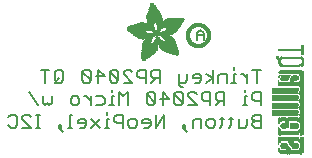
<source format=gbr>
G04 EAGLE Gerber RS-274X export*
G75*
%MOMM*%
%FSLAX34Y34*%
%LPD*%
%INSilkscreen Bottom*%
%IPPOS*%
%AMOC8*
5,1,8,0,0,1.08239X$1,22.5*%
G01*
%ADD10C,0.177800*%
%ADD11R,0.022863X0.462278*%
%ADD12R,0.022863X0.462281*%
%ADD13R,0.022863X0.436881*%
%ADD14R,0.023113X0.462278*%
%ADD15R,0.023113X0.462281*%
%ADD16R,0.023113X0.436881*%
%ADD17R,0.023116X0.462278*%
%ADD18R,0.023116X0.462281*%
%ADD19R,0.023116X0.436881*%
%ADD20R,0.023113X0.022863*%
%ADD21R,0.023116X0.091441*%
%ADD22R,0.023113X0.139700*%
%ADD23R,0.023116X0.185419*%
%ADD24R,0.023113X0.254000*%
%ADD25R,0.023113X0.299719*%
%ADD26R,0.023116X0.345438*%
%ADD27R,0.023113X0.391159*%
%ADD28R,0.023116X0.393700*%
%ADD29R,0.022863X0.325119*%
%ADD30R,0.022863X0.599438*%
%ADD31R,0.022863X0.622300*%
%ADD32R,0.022863X0.530859*%
%ADD33R,0.022863X0.439422*%
%ADD34R,0.022863X0.231138*%
%ADD35R,0.022863X0.071119*%
%ADD36R,0.022863X0.533400*%
%ADD37R,0.022863X0.208281*%
%ADD38R,0.023113X0.345441*%
%ADD39R,0.023113X0.576578*%
%ADD40R,0.023113X0.599438*%
%ADD41R,0.023113X0.508000*%
%ADD42R,0.023113X0.416563*%
%ADD43R,0.023113X0.208278*%
%ADD44R,0.023113X0.553722*%
%ADD45R,0.023113X0.208281*%
%ADD46R,0.023116X0.345441*%
%ADD47R,0.023116X0.530859*%
%ADD48R,0.023116X0.370841*%
%ADD49R,0.023116X0.162559*%
%ADD50R,0.023116X0.576581*%
%ADD51R,0.023116X0.208281*%
%ADD52R,0.023113X0.322578*%
%ADD53R,0.023113X0.485137*%
%ADD54R,0.023113X0.416559*%
%ADD55R,0.023113X0.347981*%
%ADD56R,0.023113X0.116838*%
%ADD57R,0.023113X0.647700*%
%ADD58R,0.023116X0.322581*%
%ADD59R,0.023116X0.485137*%
%ADD60R,0.023116X0.093978*%
%ADD61R,0.023116X0.231141*%
%ADD62R,0.023116X0.693419*%
%ADD63R,0.023113X0.322581*%
%ADD64R,0.023113X0.439419*%
%ADD65R,0.023113X0.370841*%
%ADD66R,0.023113X0.299722*%
%ADD67R,0.023113X0.045719*%
%ADD68R,0.023113X0.739138*%
%ADD69R,0.023113X0.414019*%
%ADD70R,0.023113X0.347978*%
%ADD71R,0.023113X0.762000*%
%ADD72R,0.023116X0.414019*%
%ADD73R,0.023116X0.182881*%
%ADD74R,0.023116X0.347978*%
%ADD75R,0.023116X0.276863*%
%ADD76R,0.023116X0.116841*%
%ADD77R,0.023116X0.276859*%
%ADD78R,0.023116X0.784863*%
%ADD79R,0.023113X0.325119*%
%ADD80R,0.023113X0.276863*%
%ADD81R,0.023113X0.276859*%
%ADD82R,0.023116X0.325119*%
%ADD83R,0.023116X0.391159*%
%ADD84R,0.023116X0.302259*%
%ADD85R,0.023116X0.254000*%
%ADD86R,0.023113X0.302259*%
%ADD87R,0.023113X0.393700*%
%ADD88R,0.023113X0.231141*%
%ADD89R,0.022863X0.302259*%
%ADD90R,0.022863X0.439419*%
%ADD91R,0.022863X0.368300*%
%ADD92R,0.022863X0.391159*%
%ADD93R,0.022863X0.416559*%
%ADD94R,0.022863X0.276863*%
%ADD95R,0.022863X0.205741*%
%ADD96R,0.023113X0.368300*%
%ADD97R,0.023113X0.205741*%
%ADD98R,0.023116X0.368300*%
%ADD99R,0.023116X0.205741*%
%ADD100R,0.023113X0.182881*%
%ADD101R,0.022863X0.276859*%
%ADD102R,0.022863X0.182881*%
%ADD103R,0.023113X0.924559*%
%ADD104R,0.023116X0.924559*%
%ADD105R,0.023113X0.901700*%
%ADD106R,0.023116X0.901700*%
%ADD107R,0.023113X0.878841*%
%ADD108R,0.023116X0.855981*%
%ADD109R,0.023113X0.833119*%
%ADD110R,0.022863X0.787400*%
%ADD111R,0.022863X0.414019*%
%ADD112R,0.022863X0.924559*%
%ADD113R,0.023113X0.739141*%
%ADD114R,0.023116X0.716281*%
%ADD115R,0.023116X0.299722*%
%ADD116R,0.023113X0.670559*%
%ADD117R,0.023116X0.647700*%
%ADD118R,0.023116X0.508000*%
%ADD119R,0.023116X0.299719*%
%ADD120R,0.023113X0.601981*%
%ADD121R,0.023113X0.530859*%
%ADD122R,0.023113X0.231138*%
%ADD123R,0.023113X0.556259*%
%ADD124R,0.023113X0.185419*%
%ADD125R,0.023116X0.533400*%
%ADD126R,0.023116X0.599438*%
%ADD127R,0.023116X0.416563*%
%ADD128R,0.023116X0.116838*%
%ADD129R,0.023113X0.485141*%
%ADD130R,0.023113X0.645159*%
%ADD131R,0.023113X0.716278*%
%ADD132R,0.022863X0.393700*%
%ADD133R,0.022863X0.762000*%
%ADD134R,0.022863X0.624841*%
%ADD135R,0.023113X0.784859*%
%ADD136R,0.023113X0.693422*%
%ADD137R,0.023116X0.830578*%
%ADD138R,0.023116X0.739141*%
%ADD139R,0.023113X0.876300*%
%ADD140R,0.023113X0.807722*%
%ADD141R,0.023116X0.899159*%
%ADD142R,0.023116X0.878841*%
%ADD143R,0.023113X0.922019*%
%ADD144R,0.023113X0.947419*%
%ADD145R,0.023116X0.970278*%
%ADD146R,0.023113X0.970278*%
%ADD147R,0.023116X0.439419*%
%ADD148R,0.022863X0.299722*%
%ADD149R,0.023116X0.416559*%
%ADD150R,0.023116X0.347981*%
%ADD151R,0.023113X0.137159*%
%ADD152R,0.023113X0.093978*%
%ADD153R,0.023113X0.091441*%
%ADD154R,0.023113X0.093981*%
%ADD155R,0.023113X0.114300*%
%ADD156R,0.023116X0.045719*%
%ADD157R,0.023116X0.045722*%
%ADD158R,0.023113X0.071119*%
%ADD159R,0.023113X0.116841*%
%ADD160R,0.023116X0.139700*%
%ADD161R,0.022863X0.322581*%
%ADD162R,0.022863X0.345441*%
%ADD163R,0.022863X0.162559*%
%ADD164R,0.022863X0.576581*%
%ADD165R,0.023113X0.668019*%
%ADD166R,0.023113X0.533400*%
%ADD167R,0.023116X1.455419*%
%ADD168R,0.023116X5.519419*%
%ADD169R,0.023113X1.455419*%
%ADD170R,0.023113X5.519419*%
%ADD171R,0.023116X5.494019*%
%ADD172R,0.023113X1.430019*%
%ADD173R,0.023113X5.494019*%
%ADD174R,0.023116X1.430019*%
%ADD175R,0.023116X5.471159*%
%ADD176R,0.023116X0.762000*%
%ADD177R,0.023113X1.407159*%
%ADD178R,0.023113X5.471159*%
%ADD179R,0.022863X1.384300*%
%ADD180R,0.022863X5.448300*%
%ADD181R,0.022863X0.716278*%
%ADD182R,0.022863X0.878841*%
%ADD183R,0.023113X1.361438*%
%ADD184R,0.023113X5.425438*%
%ADD185R,0.023116X1.338578*%
%ADD186R,0.023116X5.402578*%
%ADD187R,0.023116X0.624841*%
%ADD188R,0.023113X1.292859*%
%ADD189R,0.023113X5.356859*%
%ADD190R,0.023116X1.224278*%
%ADD191R,0.023116X5.288278*%
%ADD192R,0.068600X0.007600*%
%ADD193R,0.114300X0.007600*%
%ADD194R,0.152400X0.007700*%
%ADD195R,0.182900X0.007600*%
%ADD196R,0.205700X0.007600*%
%ADD197R,0.228600X0.007600*%
%ADD198R,0.259100X0.007600*%
%ADD199R,0.274300X0.007700*%
%ADD200R,0.289500X0.007600*%
%ADD201R,0.304800X0.007600*%
%ADD202R,0.320100X0.007600*%
%ADD203R,0.342900X0.007600*%
%ADD204R,0.350500X0.007700*%
%ADD205R,0.365800X0.007600*%
%ADD206R,0.381000X0.007600*%
%ADD207R,0.388600X0.007600*%
%ADD208R,0.403800X0.007600*%
%ADD209R,0.419100X0.007700*%
%ADD210R,0.426700X0.007600*%
%ADD211R,0.441900X0.007600*%
%ADD212R,0.449600X0.007600*%
%ADD213R,0.464800X0.007600*%
%ADD214R,0.480000X0.007700*%
%ADD215R,0.487600X0.007600*%
%ADD216R,0.495300X0.007600*%
%ADD217R,0.510500X0.007600*%
%ADD218R,0.518100X0.007600*%
%ADD219R,0.525700X0.007700*%
%ADD220R,0.541000X0.007600*%
%ADD221R,0.548600X0.007600*%
%ADD222R,0.563800X0.007600*%
%ADD223R,0.571500X0.007600*%
%ADD224R,0.579100X0.007700*%
%ADD225R,0.594300X0.007600*%
%ADD226R,0.601900X0.007600*%
%ADD227R,0.609600X0.007600*%
%ADD228R,0.624800X0.007600*%
%ADD229R,0.632400X0.007700*%
%ADD230R,0.640000X0.007600*%
%ADD231R,0.655300X0.007600*%
%ADD232R,0.662900X0.007600*%
%ADD233R,0.678100X0.007600*%
%ADD234R,0.685800X0.007700*%
%ADD235R,0.693400X0.007600*%
%ADD236R,0.708600X0.007600*%
%ADD237R,0.716200X0.007600*%
%ADD238R,0.723900X0.007600*%
%ADD239R,0.739100X0.007700*%
%ADD240R,0.746700X0.007600*%
%ADD241R,0.754300X0.007600*%
%ADD242R,0.769600X0.007600*%
%ADD243R,0.777200X0.007600*%
%ADD244R,0.792400X0.007700*%
%ADD245R,0.800100X0.007600*%
%ADD246R,0.807700X0.007600*%
%ADD247R,0.822900X0.007600*%
%ADD248R,0.830500X0.007600*%
%ADD249R,0.838200X0.007700*%
%ADD250R,0.091500X0.007600*%
%ADD251R,0.853400X0.007600*%
%ADD252R,0.144700X0.007600*%
%ADD253R,0.861000X0.007600*%
%ADD254R,0.190500X0.007600*%
%ADD255R,0.876300X0.007600*%
%ADD256R,0.221000X0.007600*%
%ADD257R,0.883900X0.007600*%
%ADD258R,0.259000X0.007700*%
%ADD259R,0.891500X0.007700*%
%ADD260R,0.289600X0.007600*%
%ADD261R,0.906700X0.007600*%
%ADD262R,0.914400X0.007600*%
%ADD263R,0.350500X0.007600*%
%ADD264R,0.922000X0.007600*%
%ADD265R,0.937200X0.007600*%
%ADD266R,0.411400X0.007700*%
%ADD267R,0.944800X0.007700*%
%ADD268R,0.434300X0.007600*%
%ADD269R,0.952500X0.007600*%
%ADD270R,0.464900X0.007600*%
%ADD271R,0.967700X0.007600*%
%ADD272R,0.975300X0.007600*%
%ADD273R,0.518200X0.007600*%
%ADD274R,0.990600X0.007600*%
%ADD275R,0.548600X0.007700*%
%ADD276R,0.998200X0.007700*%
%ADD277R,1.005800X0.007600*%
%ADD278R,0.594400X0.007600*%
%ADD279R,1.021000X0.007600*%
%ADD280R,0.617200X0.007600*%
%ADD281R,1.028700X0.007600*%
%ADD282R,0.647700X0.007600*%
%ADD283R,1.036300X0.007600*%
%ADD284R,0.670500X0.007700*%
%ADD285R,1.051500X0.007700*%
%ADD286R,1.059100X0.007600*%
%ADD287R,0.716300X0.007600*%
%ADD288R,1.066800X0.007600*%
%ADD289R,0.739100X0.007600*%
%ADD290R,1.074400X0.007600*%
%ADD291R,0.762000X0.007600*%
%ADD292R,1.089600X0.007600*%
%ADD293R,0.784800X0.007700*%
%ADD294R,1.097200X0.007700*%
%ADD295R,1.104900X0.007600*%
%ADD296R,0.830600X0.007600*%
%ADD297R,1.112500X0.007600*%
%ADD298R,0.845800X0.007600*%
%ADD299R,1.120100X0.007600*%
%ADD300R,0.868700X0.007600*%
%ADD301R,1.127700X0.007600*%
%ADD302R,1.135300X0.007700*%
%ADD303R,1.143000X0.007600*%
%ADD304R,0.944900X0.007600*%
%ADD305R,1.150600X0.007600*%
%ADD306R,0.960100X0.007600*%
%ADD307R,1.158200X0.007600*%
%ADD308R,0.983000X0.007600*%
%ADD309R,1.165800X0.007600*%
%ADD310R,1.005900X0.007700*%
%ADD311R,1.173400X0.007700*%
%ADD312R,1.021100X0.007600*%
%ADD313R,1.181100X0.007600*%
%ADD314R,1.044000X0.007600*%
%ADD315R,1.188700X0.007600*%
%ADD316R,1.196300X0.007600*%
%ADD317R,1.082000X0.007600*%
%ADD318R,1.203900X0.007600*%
%ADD319R,1.104900X0.007700*%
%ADD320R,1.211500X0.007700*%
%ADD321R,1.211500X0.007600*%
%ADD322R,1.219200X0.007600*%
%ADD323R,1.226800X0.007600*%
%ADD324R,1.234400X0.007600*%
%ADD325R,1.188700X0.007700*%
%ADD326R,1.242000X0.007700*%
%ADD327R,1.242000X0.007600*%
%ADD328R,1.211600X0.007600*%
%ADD329R,1.249600X0.007600*%
%ADD330R,1.257300X0.007600*%
%ADD331R,1.264900X0.007600*%
%ADD332R,1.242100X0.007700*%
%ADD333R,1.264900X0.007700*%
%ADD334R,1.272500X0.007600*%
%ADD335R,1.265000X0.007600*%
%ADD336R,1.280100X0.007600*%
%ADD337R,1.272600X0.007600*%
%ADD338R,1.287700X0.007600*%
%ADD339R,1.287800X0.007600*%
%ADD340R,1.295400X0.007700*%
%ADD341R,1.303000X0.007600*%
%ADD342R,1.318200X0.007600*%
%ADD343R,1.310600X0.007600*%
%ADD344R,1.325900X0.007600*%
%ADD345R,1.341100X0.007700*%
%ADD346R,1.318200X0.007700*%
%ADD347R,1.341100X0.007600*%
%ADD348R,1.325800X0.007600*%
%ADD349R,1.348700X0.007600*%
%ADD350R,1.364000X0.007600*%
%ADD351R,1.333500X0.007600*%
%ADD352R,1.371600X0.007700*%
%ADD353R,1.379200X0.007600*%
%ADD354R,1.379300X0.007600*%
%ADD355R,1.386900X0.007600*%
%ADD356R,1.394500X0.007600*%
%ADD357R,1.356300X0.007600*%
%ADD358R,1.394400X0.007700*%
%ADD359R,1.356300X0.007700*%
%ADD360R,1.402000X0.007600*%
%ADD361R,1.409700X0.007600*%
%ADD362R,1.363900X0.007600*%
%ADD363R,1.417300X0.007600*%
%ADD364R,1.371600X0.007600*%
%ADD365R,1.424900X0.007700*%
%ADD366R,1.424900X0.007600*%
%ADD367R,1.432600X0.007600*%
%ADD368R,1.440200X0.007600*%
%ADD369R,1.386800X0.007600*%
%ADD370R,1.447800X0.007700*%
%ADD371R,1.386800X0.007700*%
%ADD372R,1.447800X0.007600*%
%ADD373R,1.455500X0.007600*%
%ADD374R,1.394400X0.007600*%
%ADD375R,1.463100X0.007600*%
%ADD376R,1.455400X0.007700*%
%ADD377R,1.463000X0.007600*%
%ADD378R,1.470600X0.007600*%
%ADD379R,1.470600X0.007700*%
%ADD380R,1.409700X0.007700*%
%ADD381R,1.470700X0.007600*%
%ADD382R,1.402100X0.007600*%
%ADD383R,1.478300X0.007600*%
%ADD384R,1.478300X0.007700*%
%ADD385R,1.402100X0.007700*%
%ADD386R,1.485900X0.007600*%
%ADD387R,1.485900X0.007700*%
%ADD388R,1.493500X0.007700*%
%ADD389R,1.493500X0.007600*%
%ADD390R,1.394500X0.007700*%
%ADD391R,1.493600X0.007700*%
%ADD392R,1.386900X0.007700*%
%ADD393R,1.379200X0.007700*%
%ADD394R,2.857500X0.007700*%
%ADD395R,2.857500X0.007600*%
%ADD396R,2.849900X0.007600*%
%ADD397R,2.842300X0.007600*%
%ADD398R,2.834700X0.007700*%
%ADD399R,2.827000X0.007600*%
%ADD400R,2.819400X0.007600*%
%ADD401R,2.811800X0.007600*%
%ADD402R,2.811800X0.007700*%
%ADD403R,2.804100X0.007600*%
%ADD404R,2.796500X0.007600*%
%ADD405R,1.966000X0.007600*%
%ADD406R,1.943100X0.007600*%
%ADD407R,0.754400X0.007600*%
%ADD408R,1.927900X0.007700*%
%ADD409R,0.746700X0.007700*%
%ADD410R,1.912600X0.007600*%
%ADD411R,0.731500X0.007600*%
%ADD412R,1.905000X0.007600*%
%ADD413R,1.882200X0.007600*%
%ADD414R,1.874600X0.007600*%
%ADD415R,1.866900X0.007700*%
%ADD416R,0.708700X0.007700*%
%ADD417R,1.851600X0.007600*%
%ADD418R,0.701100X0.007600*%
%ADD419R,1.844000X0.007600*%
%ADD420R,1.836400X0.007600*%
%ADD421R,1.821200X0.007600*%
%ADD422R,0.685800X0.007600*%
%ADD423R,1.813500X0.007700*%
%ADD424R,1.805900X0.007600*%
%ADD425R,0.678200X0.007600*%
%ADD426R,1.790700X0.007600*%
%ADD427R,0.670600X0.007600*%
%ADD428R,1.775500X0.007600*%
%ADD429R,1.767900X0.007700*%
%ADD430R,0.663000X0.007700*%
%ADD431R,1.760200X0.007600*%
%ADD432R,1.752600X0.007600*%
%ADD433R,0.937300X0.007600*%
%ADD434R,0.792500X0.007600*%
%ADD435R,0.899100X0.007600*%
%ADD436R,0.883900X0.007700*%
%ADD437R,0.716300X0.007700*%
%ADD438R,0.647700X0.007700*%
%ADD439R,0.640100X0.007600*%
%ADD440R,0.632500X0.007600*%
%ADD441R,0.655400X0.007600*%
%ADD442R,0.632400X0.007600*%
%ADD443R,0.845800X0.007700*%
%ADD444R,0.617200X0.007700*%
%ADD445R,0.624800X0.007700*%
%ADD446R,0.602000X0.007600*%
%ADD447R,0.838200X0.007600*%
%ADD448R,0.586700X0.007600*%
%ADD449R,0.548700X0.007600*%
%ADD450R,0.830500X0.007700*%
%ADD451R,0.541000X0.007700*%
%ADD452R,0.594300X0.007700*%
%ADD453R,0.525800X0.007600*%
%ADD454R,0.586800X0.007600*%
%ADD455R,0.815300X0.007600*%
%ADD456R,0.579200X0.007600*%
%ADD457R,0.815400X0.007600*%
%ADD458R,0.815400X0.007700*%
%ADD459R,0.571500X0.007700*%
%ADD460R,0.807800X0.007600*%
%ADD461R,0.563900X0.007600*%
%ADD462R,0.457200X0.007600*%
%ADD463R,0.442000X0.007600*%
%ADD464R,0.556300X0.007600*%
%ADD465R,0.807700X0.007700*%
%ADD466R,0.411500X0.007600*%
%ADD467R,0.533400X0.007600*%
%ADD468R,0.076200X0.007600*%
%ADD469R,0.403900X0.007600*%
%ADD470R,0.525700X0.007600*%
%ADD471R,0.388700X0.007600*%
%ADD472R,0.297200X0.007600*%
%ADD473R,0.373400X0.007700*%
%ADD474R,0.503000X0.007700*%
%ADD475R,0.426800X0.007700*%
%ADD476R,0.358100X0.007600*%
%ADD477R,0.502900X0.007600*%
%ADD478R,0.472400X0.007600*%
%ADD479R,0.487700X0.007600*%
%ADD480R,0.335300X0.007600*%
%ADD481R,0.792500X0.007700*%
%ADD482R,0.327600X0.007700*%
%ADD483R,0.472400X0.007700*%
%ADD484R,0.640000X0.007700*%
%ADD485R,0.784800X0.007600*%
%ADD486R,0.320000X0.007600*%
%ADD487R,0.792400X0.007600*%
%ADD488R,1.173400X0.007600*%
%ADD489R,1.196400X0.007600*%
%ADD490R,0.784900X0.007600*%
%ADD491R,0.784900X0.007700*%
%ADD492R,0.297200X0.007700*%
%ADD493R,1.249700X0.007600*%
%ADD494R,0.281900X0.007600*%
%ADD495R,1.295400X0.007600*%
%ADD496R,0.266700X0.007600*%
%ADD497R,0.777300X0.007700*%
%ADD498R,0.266700X0.007700*%
%ADD499R,1.333500X0.007700*%
%ADD500R,0.777300X0.007600*%
%ADD501R,1.348800X0.007600*%
%ADD502R,0.251500X0.007600*%
%ADD503R,0.243900X0.007700*%
%ADD504R,0.243900X0.007600*%
%ADD505R,1.440100X0.007600*%
%ADD506R,0.236200X0.007600*%
%ADD507R,0.762000X0.007700*%
%ADD508R,0.236200X0.007700*%
%ADD509R,1.508700X0.007700*%
%ADD510R,1.531600X0.007600*%
%ADD511R,1.546900X0.007600*%
%ADD512R,1.569700X0.007600*%
%ADD513R,1.585000X0.007600*%
%ADD514R,0.746800X0.007700*%
%ADD515R,1.607800X0.007700*%
%ADD516R,0.243800X0.007600*%
%ADD517R,1.630700X0.007600*%
%ADD518R,1.653500X0.007600*%
%ADD519R,0.739200X0.007600*%
%ADD520R,1.684000X0.007600*%
%ADD521R,2.019300X0.007600*%
%ADD522R,0.731500X0.007700*%
%ADD523R,2.026900X0.007700*%
%ADD524R,2.049800X0.007600*%
%ADD525R,2.057400X0.007600*%
%ADD526R,0.708700X0.007600*%
%ADD527R,2.072600X0.007600*%
%ADD528R,0.701000X0.007600*%
%ADD529R,2.095500X0.007600*%
%ADD530R,0.693500X0.007700*%
%ADD531R,2.110800X0.007700*%
%ADD532R,2.141200X0.007600*%
%ADD533R,0.060900X0.007600*%
%ADD534R,2.872700X0.007600*%
%ADD535R,3.124200X0.007600*%
%ADD536R,3.177600X0.007600*%
%ADD537R,3.215600X0.007700*%
%ADD538R,3.253700X0.007600*%
%ADD539R,3.284300X0.007600*%
%ADD540R,3.314700X0.007600*%
%ADD541R,3.352800X0.007600*%
%ADD542R,3.375600X0.007700*%
%ADD543R,3.406200X0.007600*%
%ADD544R,3.429000X0.007600*%
%ADD545R,3.451800X0.007600*%
%ADD546R,3.482400X0.007600*%
%ADD547R,1.828800X0.007700*%
%ADD548R,1.539300X0.007700*%
%ADD549R,1.767900X0.007600*%
%ADD550R,1.767800X0.007600*%
%ADD551R,1.760200X0.007700*%
%ADD552R,1.760300X0.007600*%
%ADD553R,1.775400X0.007700*%
%ADD554R,1.379300X0.007700*%
%ADD555R,1.783000X0.007600*%
%ADD556R,1.813500X0.007600*%
%ADD557R,1.821100X0.007700*%
%ADD558R,0.503000X0.007600*%
%ADD559R,1.135400X0.007600*%
%ADD560R,1.127700X0.007700*%
%ADD561R,0.487700X0.007700*%
%ADD562R,1.120200X0.007600*%
%ADD563R,1.097300X0.007600*%
%ADD564R,0.510600X0.007600*%
%ADD565R,1.074400X0.007700*%
%ADD566R,0.525800X0.007700*%
%ADD567R,1.440200X0.007700*%
%ADD568R,1.059200X0.007600*%
%ADD569R,1.051600X0.007600*%
%ADD570R,1.051500X0.007600*%
%ADD571R,1.043900X0.007700*%
%ADD572R,0.602000X0.007700*%
%ADD573R,1.524000X0.007600*%
%ADD574R,1.539300X0.007600*%
%ADD575R,1.592600X0.007600*%
%ADD576R,1.021100X0.007700*%
%ADD577R,1.615400X0.007700*%
%ADD578R,1.013400X0.007600*%
%ADD579R,1.653600X0.007600*%
%ADD580R,1.013500X0.007600*%
%ADD581R,1.699300X0.007600*%
%ADD582R,2.743200X0.007600*%
%ADD583R,1.005900X0.007600*%
%ADD584R,2.415500X0.007600*%
%ADD585R,1.005800X0.007700*%
%ADD586R,0.281900X0.007700*%
%ADD587R,2.408000X0.007700*%
%ADD588R,2.407900X0.007600*%
%ADD589R,0.998200X0.007600*%
%ADD590R,0.282000X0.007600*%
%ADD591R,0.998300X0.007600*%
%ADD592R,2.400300X0.007600*%
%ADD593R,0.289500X0.007700*%
%ADD594R,2.400300X0.007700*%
%ADD595R,0.297100X0.007600*%
%ADD596R,0.312400X0.007600*%
%ADD597R,2.392700X0.007600*%
%ADD598R,0.990600X0.007700*%
%ADD599R,0.327700X0.007700*%
%ADD600R,2.392700X0.007700*%
%ADD601R,2.385100X0.007600*%
%ADD602R,0.381000X0.007700*%
%ADD603R,2.377400X0.007700*%
%ADD604R,2.377400X0.007600*%
%ADD605R,2.369800X0.007600*%
%ADD606R,0.419100X0.007600*%
%ADD607R,2.362200X0.007600*%
%ADD608R,0.426800X0.007600*%
%ADD609R,1.036300X0.007700*%
%ADD610R,0.442000X0.007700*%
%ADD611R,2.354600X0.007700*%
%ADD612R,2.354600X0.007600*%
%ADD613R,0.480100X0.007600*%
%ADD614R,2.347000X0.007600*%
%ADD615R,1.074500X0.007600*%
%ADD616R,2.339400X0.007600*%
%ADD617R,1.082100X0.007700*%
%ADD618R,0.548700X0.007700*%
%ADD619R,2.331800X0.007700*%
%ADD620R,2.331800X0.007600*%
%ADD621R,0.624900X0.007600*%
%ADD622R,2.324100X0.007600*%
%ADD623R,1.859300X0.007600*%
%ADD624R,2.308800X0.007600*%
%ADD625R,2.301200X0.007700*%
%ADD626R,2.301200X0.007600*%
%ADD627R,2.293600X0.007600*%
%ADD628R,2.278400X0.007600*%
%ADD629R,1.889800X0.007600*%
%ADD630R,2.270700X0.007600*%
%ADD631R,1.897400X0.007700*%
%ADD632R,2.255500X0.007700*%
%ADD633R,1.897400X0.007600*%
%ADD634R,2.247900X0.007600*%
%ADD635R,2.232600X0.007600*%
%ADD636R,1.912700X0.007600*%
%ADD637R,2.209800X0.007600*%
%ADD638R,1.920300X0.007600*%
%ADD639R,2.186900X0.007600*%
%ADD640R,1.920300X0.007700*%
%ADD641R,2.171700X0.007700*%
%ADD642R,1.935500X0.007600*%
%ADD643R,2.148800X0.007600*%
%ADD644R,2.126000X0.007600*%
%ADD645R,1.950700X0.007600*%
%ADD646R,1.958400X0.007700*%
%ADD647R,2.042200X0.007700*%
%ADD648R,1.973600X0.007600*%
%ADD649R,1.996500X0.007600*%
%ADD650R,1.981200X0.007600*%
%ADD651R,1.988800X0.007600*%
%ADD652R,1.996400X0.007700*%
%ADD653R,1.996400X0.007600*%
%ADD654R,2.004100X0.007600*%
%ADD655R,1.874500X0.007600*%
%ADD656R,1.425000X0.007600*%
%ADD657R,2.026900X0.007600*%
%ADD658R,0.434400X0.007700*%
%ADD659R,1.364000X0.007700*%
%ADD660R,2.034500X0.007600*%
%ADD661R,0.434400X0.007600*%
%ADD662R,2.049700X0.007600*%
%ADD663R,2.065000X0.007700*%
%ADD664R,0.464800X0.007700*%
%ADD665R,1.196300X0.007700*%
%ADD666R,2.080300X0.007600*%
%ADD667R,1.158300X0.007600*%
%ADD668R,2.087900X0.007600*%
%ADD669R,0.472500X0.007600*%
%ADD670R,2.103100X0.007600*%
%ADD671R,2.118400X0.007600*%
%ADD672R,2.133600X0.007600*%
%ADD673R,2.148800X0.007700*%
%ADD674R,2.164000X0.007600*%
%ADD675R,2.171700X0.007600*%
%ADD676R,2.187000X0.007600*%
%ADD677R,0.556200X0.007600*%
%ADD678R,2.202200X0.007700*%
%ADD679R,0.556200X0.007700*%
%ADD680R,0.640100X0.007700*%
%ADD681R,0.579100X0.007600*%
%ADD682R,0.480000X0.007600*%
%ADD683R,1.752600X0.007700*%
%ADD684R,0.487600X0.007700*%
%ADD685R,0.594400X0.007700*%
%ADD686R,0.358100X0.007700*%
%ADD687R,0.099000X0.007600*%
%ADD688R,1.280200X0.007600*%
%ADD689R,1.745000X0.007600*%
%ADD690R,1.744900X0.007600*%
%ADD691R,1.737300X0.007700*%
%ADD692R,1.737400X0.007600*%
%ADD693R,1.729800X0.007600*%
%ADD694R,1.722200X0.007600*%
%ADD695R,1.722100X0.007600*%
%ADD696R,1.714500X0.007700*%
%ADD697R,1.356400X0.007700*%
%ADD698R,1.706900X0.007600*%
%ADD699R,1.356400X0.007600*%
%ADD700R,1.691700X0.007600*%
%ADD701R,1.668800X0.007700*%
%ADD702R,1.645900X0.007600*%
%ADD703R,1.623100X0.007600*%
%ADD704R,1.577400X0.007600*%
%ADD705R,1.554400X0.007600*%
%ADD706R,1.539200X0.007600*%
%ADD707R,1.524000X0.007700*%
%ADD708R,1.501100X0.007600*%
%ADD709R,1.455400X0.007600*%
%ADD710R,1.348800X0.007700*%
%ADD711R,1.318300X0.007600*%
%ADD712R,1.310600X0.007700*%
%ADD713R,1.287800X0.007700*%
%ADD714R,1.234500X0.007600*%
%ADD715R,1.226900X0.007600*%
%ADD716R,1.173500X0.007700*%
%ADD717R,1.173500X0.007600*%
%ADD718R,1.165900X0.007600*%
%ADD719R,1.143000X0.007700*%
%ADD720R,1.127800X0.007600*%
%ADD721R,1.097200X0.007600*%
%ADD722R,1.028700X0.007700*%
%ADD723R,0.982900X0.007600*%
%ADD724R,0.952500X0.007700*%
%ADD725R,0.929600X0.007600*%
%ADD726R,0.906800X0.007700*%
%ADD727R,0.906800X0.007600*%
%ADD728R,0.899200X0.007600*%
%ADD729R,0.884000X0.007600*%
%ADD730R,0.876300X0.007700*%
%ADD731R,0.830600X0.007700*%
%ADD732R,0.754400X0.007700*%
%ADD733R,0.746800X0.007600*%
%ADD734R,0.708600X0.007700*%
%ADD735R,0.678200X0.007700*%
%ADD736R,0.663000X0.007600*%
%ADD737R,0.632500X0.007700*%
%ADD738R,0.556300X0.007700*%
%ADD739R,0.518200X0.007700*%
%ADD740R,0.434300X0.007700*%
%ADD741R,0.396300X0.007700*%
%ADD742R,0.373300X0.007600*%
%ADD743R,0.365700X0.007600*%
%ADD744R,0.327700X0.007600*%
%ADD745R,0.304800X0.007700*%
%ADD746R,0.274300X0.007600*%
%ADD747R,0.243800X0.007700*%
%ADD748R,0.205800X0.007600*%
%ADD749R,0.152400X0.007600*%
%ADD750R,0.121900X0.007700*%
%ADD751C,0.304800*%
%ADD752C,0.203200*%


D10*
X211367Y15494D02*
X211367Y26425D01*
X215011Y26425D02*
X207723Y26425D01*
X203317Y22782D02*
X203317Y15494D01*
X203317Y19138D02*
X199673Y22782D01*
X197851Y22782D01*
X193572Y22782D02*
X191750Y22782D01*
X191750Y15494D01*
X193572Y15494D02*
X189928Y15494D01*
X191750Y26425D02*
X191750Y28247D01*
X185776Y22782D02*
X185776Y15494D01*
X185776Y22782D02*
X180310Y22782D01*
X178489Y20960D01*
X178489Y15494D01*
X174082Y15494D02*
X174082Y26425D01*
X174082Y19138D02*
X168616Y15494D01*
X174082Y19138D02*
X168616Y22782D01*
X162515Y15494D02*
X158872Y15494D01*
X162515Y15494D02*
X164337Y17316D01*
X164337Y20960D01*
X162515Y22782D01*
X158872Y22782D01*
X157050Y20960D01*
X157050Y19138D01*
X164337Y19138D01*
X152643Y17316D02*
X152643Y22782D01*
X152643Y17316D02*
X150821Y15494D01*
X145356Y15494D01*
X145356Y13672D02*
X145356Y22782D01*
X145356Y13672D02*
X147178Y11850D01*
X148999Y11850D01*
X129255Y15494D02*
X129255Y26425D01*
X123790Y26425D01*
X121968Y24603D01*
X121968Y20960D01*
X123790Y19138D01*
X129255Y19138D01*
X125612Y19138D02*
X121968Y15494D01*
X117561Y15494D02*
X117561Y26425D01*
X112096Y26425D01*
X110274Y24603D01*
X110274Y20960D01*
X112096Y19138D01*
X117561Y19138D01*
X105867Y15494D02*
X98580Y15494D01*
X105867Y15494D02*
X98580Y22782D01*
X98580Y24603D01*
X100402Y26425D01*
X104045Y26425D01*
X105867Y24603D01*
X94173Y24603D02*
X94173Y17316D01*
X94173Y24603D02*
X92351Y26425D01*
X88708Y26425D01*
X86886Y24603D01*
X86886Y17316D01*
X88708Y15494D01*
X92351Y15494D01*
X94173Y17316D01*
X86886Y24603D01*
X77014Y26425D02*
X77014Y15494D01*
X82479Y20960D02*
X77014Y26425D01*
X75192Y20960D02*
X82479Y20960D01*
X70785Y17316D02*
X70785Y24603D01*
X68964Y26425D01*
X65320Y26425D01*
X63498Y24603D01*
X63498Y17316D01*
X65320Y15494D01*
X68964Y15494D01*
X70785Y17316D01*
X63498Y24603D01*
X47397Y24603D02*
X47397Y17316D01*
X47397Y24603D02*
X45576Y26425D01*
X41932Y26425D01*
X40110Y24603D01*
X40110Y17316D01*
X41932Y15494D01*
X45576Y15494D01*
X47397Y17316D01*
X43754Y19138D02*
X40110Y15494D01*
X32060Y15494D02*
X32060Y26425D01*
X35704Y26425D02*
X28416Y26425D01*
X215011Y7375D02*
X215011Y-3556D01*
X215011Y7375D02*
X209545Y7375D01*
X207723Y5553D01*
X207723Y1910D01*
X209545Y88D01*
X215011Y88D01*
X203317Y3732D02*
X201495Y3732D01*
X201495Y-3556D01*
X203317Y-3556D02*
X199673Y-3556D01*
X201495Y7375D02*
X201495Y9197D01*
X183827Y7375D02*
X183827Y-3556D01*
X183827Y7375D02*
X178361Y7375D01*
X176540Y5553D01*
X176540Y1910D01*
X178361Y88D01*
X183827Y88D01*
X180183Y88D02*
X176540Y-3556D01*
X172133Y-3556D02*
X172133Y7375D01*
X166667Y7375D01*
X164846Y5553D01*
X164846Y1910D01*
X166667Y88D01*
X172133Y88D01*
X160439Y-3556D02*
X153152Y-3556D01*
X160439Y-3556D02*
X153152Y3732D01*
X153152Y5553D01*
X154974Y7375D01*
X158617Y7375D01*
X160439Y5553D01*
X148745Y5553D02*
X148745Y-1734D01*
X148745Y5553D02*
X146923Y7375D01*
X143280Y7375D01*
X141458Y5553D01*
X141458Y-1734D01*
X143280Y-3556D01*
X146923Y-3556D01*
X148745Y-1734D01*
X141458Y5553D01*
X131586Y7375D02*
X131586Y-3556D01*
X137051Y1910D02*
X131586Y7375D01*
X129764Y1910D02*
X137051Y1910D01*
X125357Y-1734D02*
X125357Y5553D01*
X123535Y7375D01*
X119892Y7375D01*
X118070Y5553D01*
X118070Y-1734D01*
X119892Y-3556D01*
X123535Y-3556D01*
X125357Y-1734D01*
X118070Y5553D01*
X101969Y7375D02*
X101969Y-3556D01*
X98326Y3732D02*
X101969Y7375D01*
X98326Y3732D02*
X94682Y7375D01*
X94682Y-3556D01*
X90275Y3732D02*
X88453Y3732D01*
X88453Y-3556D01*
X86632Y-3556D02*
X90275Y-3556D01*
X88453Y7375D02*
X88453Y9197D01*
X80658Y3732D02*
X75192Y3732D01*
X80658Y3732D02*
X82479Y1910D01*
X82479Y-1734D01*
X80658Y-3556D01*
X75192Y-3556D01*
X70785Y-3556D02*
X70785Y3732D01*
X67142Y3732D02*
X70785Y88D01*
X67142Y3732D02*
X65320Y3732D01*
X59219Y-3556D02*
X55575Y-3556D01*
X53753Y-1734D01*
X53753Y1910D01*
X55575Y3732D01*
X59219Y3732D01*
X61040Y1910D01*
X61040Y-1734D01*
X59219Y-3556D01*
X37653Y-1734D02*
X37653Y3732D01*
X37653Y-1734D02*
X35831Y-3556D01*
X34009Y-1734D01*
X32187Y-3556D01*
X30365Y-1734D01*
X30365Y3732D01*
X25959Y-3556D02*
X18671Y7375D01*
X215011Y-11675D02*
X215011Y-22606D01*
X215011Y-11675D02*
X209545Y-11675D01*
X207723Y-13497D01*
X207723Y-15318D01*
X209545Y-17140D01*
X207723Y-18962D01*
X207723Y-20784D01*
X209545Y-22606D01*
X215011Y-22606D01*
X215011Y-17140D02*
X209545Y-17140D01*
X203317Y-15318D02*
X203317Y-20784D01*
X201495Y-22606D01*
X196030Y-22606D01*
X196030Y-15318D01*
X189801Y-13497D02*
X189801Y-20784D01*
X187979Y-22606D01*
X187979Y-15318D02*
X191623Y-15318D01*
X182005Y-13497D02*
X182005Y-20784D01*
X180183Y-22606D01*
X180183Y-15318D02*
X183827Y-15318D01*
X174209Y-22606D02*
X170565Y-22606D01*
X168744Y-20784D01*
X168744Y-17140D01*
X170565Y-15318D01*
X174209Y-15318D01*
X176031Y-17140D01*
X176031Y-20784D01*
X174209Y-22606D01*
X164337Y-22606D02*
X164337Y-15318D01*
X158872Y-15318D01*
X157050Y-17140D01*
X157050Y-22606D01*
X152643Y-26250D02*
X148999Y-22606D01*
X148999Y-20784D01*
X150821Y-20784D01*
X150821Y-22606D01*
X148999Y-22606D01*
X133153Y-22606D02*
X133153Y-11675D01*
X125866Y-22606D01*
X125866Y-11675D01*
X119637Y-22606D02*
X115994Y-22606D01*
X119637Y-22606D02*
X121459Y-20784D01*
X121459Y-17140D01*
X119637Y-15318D01*
X115994Y-15318D01*
X114172Y-17140D01*
X114172Y-18962D01*
X121459Y-18962D01*
X107943Y-22606D02*
X104300Y-22606D01*
X102478Y-20784D01*
X102478Y-17140D01*
X104300Y-15318D01*
X107943Y-15318D01*
X109765Y-17140D01*
X109765Y-20784D01*
X107943Y-22606D01*
X98071Y-22606D02*
X98071Y-11675D01*
X92606Y-11675D01*
X90784Y-13497D01*
X90784Y-17140D01*
X92606Y-18962D01*
X98071Y-18962D01*
X86377Y-15318D02*
X84556Y-15318D01*
X84556Y-22606D01*
X86377Y-22606D02*
X82734Y-22606D01*
X84556Y-11675D02*
X84556Y-9853D01*
X78581Y-15318D02*
X71294Y-22606D01*
X78581Y-22606D02*
X71294Y-15318D01*
X65066Y-22606D02*
X61422Y-22606D01*
X65066Y-22606D02*
X66887Y-20784D01*
X66887Y-17140D01*
X65066Y-15318D01*
X61422Y-15318D01*
X59600Y-17140D01*
X59600Y-18962D01*
X66887Y-18962D01*
X55193Y-11675D02*
X53372Y-11675D01*
X53372Y-22606D01*
X55193Y-22606D02*
X51550Y-22606D01*
X47398Y-26250D02*
X43754Y-22606D01*
X43754Y-20784D01*
X45576Y-20784D01*
X45576Y-22606D01*
X43754Y-22606D01*
X27908Y-22606D02*
X24264Y-22606D01*
X26086Y-22606D02*
X26086Y-11675D01*
X27908Y-11675D02*
X24264Y-11675D01*
X20112Y-22606D02*
X12824Y-22606D01*
X20112Y-22606D02*
X12824Y-15318D01*
X12824Y-13497D01*
X14646Y-11675D01*
X18290Y-11675D01*
X20112Y-13497D01*
X2952Y-11675D02*
X1130Y-13497D01*
X2952Y-11675D02*
X6596Y-11675D01*
X8418Y-13497D01*
X8418Y-20784D01*
X6596Y-22606D01*
X2952Y-22606D01*
X1130Y-20784D01*
D11*
X225425Y-10338D03*
D12*
X225425Y-4089D03*
X225425Y2134D03*
D13*
X225425Y8484D03*
D14*
X225655Y-10338D03*
D15*
X225655Y-4089D03*
X225655Y2134D03*
D16*
X225655Y8484D03*
D17*
X225886Y-10338D03*
D18*
X225886Y-4089D03*
X225886Y2134D03*
D19*
X225886Y8484D03*
D14*
X226117Y-10338D03*
D15*
X226117Y-4089D03*
X226117Y2134D03*
D16*
X226117Y8484D03*
D17*
X226348Y-10338D03*
D18*
X226348Y-4089D03*
X226348Y2134D03*
D19*
X226348Y8484D03*
D14*
X226579Y-10338D03*
D15*
X226579Y-4089D03*
X226579Y2134D03*
D16*
X226579Y8484D03*
D14*
X226811Y-10338D03*
D15*
X226811Y-4089D03*
X226811Y2134D03*
D16*
X226811Y8484D03*
D17*
X227042Y-10338D03*
D18*
X227042Y-4089D03*
X227042Y2134D03*
D19*
X227042Y8484D03*
D14*
X227273Y-10338D03*
D15*
X227273Y-4089D03*
X227273Y2134D03*
D16*
X227273Y8484D03*
D17*
X227504Y-10338D03*
D18*
X227504Y-4089D03*
X227504Y2134D03*
D19*
X227504Y8484D03*
D14*
X227735Y-10338D03*
D15*
X227735Y-4089D03*
X227735Y2134D03*
D16*
X227735Y8484D03*
D11*
X227965Y-10338D03*
D12*
X227965Y-4089D03*
X227965Y2134D03*
D13*
X227965Y8484D03*
D14*
X228195Y-10338D03*
D15*
X228195Y-4089D03*
X228195Y2134D03*
D16*
X228195Y8484D03*
D20*
X228195Y36894D03*
D17*
X228426Y-10338D03*
D18*
X228426Y-4089D03*
X228426Y2134D03*
D19*
X228426Y8484D03*
D21*
X228426Y36779D03*
D14*
X228657Y-10338D03*
D15*
X228657Y-4089D03*
X228657Y2134D03*
D16*
X228657Y8484D03*
D22*
X228657Y36538D03*
D17*
X228888Y-10338D03*
D18*
X228888Y-4089D03*
X228888Y2134D03*
D19*
X228888Y8484D03*
D23*
X228888Y36538D03*
D14*
X229119Y-10338D03*
D15*
X229119Y-4089D03*
X229119Y2134D03*
D16*
X229119Y8484D03*
D24*
X229119Y36424D03*
D14*
X229351Y-10338D03*
D15*
X229351Y-4089D03*
X229351Y2134D03*
D16*
X229351Y8484D03*
D25*
X229351Y36195D03*
D17*
X229582Y-10338D03*
D18*
X229582Y-4089D03*
X229582Y2134D03*
D19*
X229582Y8484D03*
D26*
X229582Y36195D03*
D27*
X229813Y35966D03*
D28*
X230044Y35497D03*
D14*
X230275Y34468D03*
D29*
X230505Y-41504D03*
D30*
X230505Y-33655D03*
D31*
X230505Y-25921D03*
D32*
X230505Y-16904D03*
D11*
X230505Y-10338D03*
D12*
X230505Y-4089D03*
X230505Y2134D03*
D13*
X230505Y8484D03*
D33*
X230505Y14719D03*
D34*
X230505Y20384D03*
D35*
X230505Y23495D03*
D36*
X230505Y33655D03*
D37*
X230505Y42901D03*
D38*
X230735Y-41859D03*
D39*
X230735Y-33541D03*
D40*
X230735Y-26035D03*
D41*
X230735Y-16789D03*
D14*
X230735Y-10338D03*
D15*
X230735Y-4089D03*
X230735Y2134D03*
D16*
X230735Y8484D03*
D42*
X230735Y14605D03*
D43*
X230735Y20498D03*
D22*
X230735Y23838D03*
D44*
X230735Y33071D03*
D45*
X230735Y42901D03*
D46*
X230966Y-42316D03*
D47*
X230966Y-33312D03*
X230966Y-26378D03*
D17*
X230966Y-16561D03*
X230966Y-10338D03*
D18*
X230966Y-4089D03*
X230966Y2134D03*
D19*
X230966Y8484D03*
D48*
X230966Y14376D03*
D49*
X230966Y20726D03*
D23*
X230966Y24067D03*
D50*
X230966Y32957D03*
D51*
X230966Y42901D03*
D52*
X231197Y-42659D03*
D53*
X231197Y-33084D03*
D41*
X231197Y-26492D03*
D54*
X231197Y-16332D03*
D14*
X231197Y-10338D03*
D15*
X231197Y-4089D03*
X231197Y2134D03*
D16*
X231197Y8484D03*
D55*
X231197Y14262D03*
D56*
X231197Y20955D03*
D43*
X231197Y24181D03*
D57*
X231197Y33084D03*
D45*
X231197Y42901D03*
D58*
X231428Y-42888D03*
D17*
X231428Y-32969D03*
D59*
X231428Y-26606D03*
D28*
X231428Y-16218D03*
D17*
X231428Y-10338D03*
D18*
X231428Y-4089D03*
X231428Y2134D03*
D19*
X231428Y8484D03*
D58*
X231428Y14135D03*
D60*
X231428Y21069D03*
D61*
X231428Y24295D03*
D62*
X231428Y33084D03*
D51*
X231428Y42901D03*
D63*
X231659Y-43117D03*
D64*
X231659Y-32855D03*
D14*
X231659Y-26721D03*
D65*
X231659Y-16104D03*
D14*
X231659Y-10338D03*
D15*
X231659Y-4089D03*
X231659Y2134D03*
D16*
X231659Y8484D03*
D66*
X231659Y14021D03*
D67*
X231659Y21311D03*
D24*
X231659Y24409D03*
D68*
X231659Y33084D03*
D45*
X231659Y42901D03*
D63*
X231891Y-43345D03*
D69*
X231891Y-32728D03*
D64*
X231891Y-26835D03*
D70*
X231891Y-15989D03*
D14*
X231891Y-10338D03*
D15*
X231891Y-4089D03*
X231891Y2134D03*
D16*
X231891Y8484D03*
D66*
X231891Y14021D03*
D24*
X231891Y24409D03*
D71*
X231891Y32969D03*
D45*
X231891Y42901D03*
D58*
X232122Y-43345D03*
D61*
X232122Y-38265D03*
D72*
X232122Y-32728D03*
X232122Y-26962D03*
D73*
X232122Y-21184D03*
D74*
X232122Y-15989D03*
D17*
X232122Y-10338D03*
D18*
X232122Y-4089D03*
X232122Y2134D03*
D19*
X232122Y8484D03*
D75*
X232122Y13907D03*
D76*
X232122Y18644D03*
D77*
X232122Y24524D03*
D78*
X232122Y33084D03*
D51*
X232122Y42901D03*
D79*
X232353Y-43586D03*
D63*
X232353Y-38265D03*
D27*
X232353Y-32614D03*
D69*
X232353Y-26962D03*
D79*
X232353Y-21184D03*
X232353Y-15875D03*
D14*
X232353Y-10338D03*
D15*
X232353Y-4089D03*
X232353Y2134D03*
D16*
X232353Y8484D03*
D80*
X232353Y13907D03*
D81*
X232353Y18758D03*
X232353Y24524D03*
D80*
X232353Y30544D03*
D81*
X232353Y35852D03*
D45*
X232353Y42901D03*
D82*
X232584Y-43586D03*
D48*
X232584Y-38278D03*
D83*
X232584Y-32614D03*
D72*
X232584Y-26962D03*
D48*
X232584Y-21184D03*
D82*
X232584Y-15875D03*
D17*
X232584Y-10338D03*
D18*
X232584Y-4089D03*
X232584Y2134D03*
D19*
X232584Y8484D03*
D75*
X232584Y13907D03*
D46*
X232584Y18872D03*
D84*
X232584Y24651D03*
D85*
X232584Y30201D03*
D61*
X232584Y36081D03*
D51*
X232584Y42901D03*
D79*
X232815Y-43586D03*
D54*
X232815Y-38278D03*
D27*
X232815Y-32614D03*
X232815Y-27076D03*
D54*
X232815Y-21184D03*
D86*
X232815Y-15761D03*
D14*
X232815Y-10338D03*
D15*
X232815Y-4089D03*
X232815Y2134D03*
D16*
X232815Y8484D03*
D80*
X232815Y13907D03*
D87*
X232815Y19114D03*
D86*
X232815Y24651D03*
D88*
X232815Y30086D03*
D45*
X232815Y36195D03*
X232815Y42901D03*
D89*
X233045Y-43701D03*
D90*
X233045Y-38392D03*
D91*
X233045Y-32499D03*
D92*
X233045Y-27076D03*
D93*
X233045Y-21184D03*
D89*
X233045Y-15761D03*
D11*
X233045Y-10338D03*
D12*
X233045Y-4089D03*
X233045Y2134D03*
D13*
X233045Y8484D03*
D94*
X233045Y13907D03*
D90*
X233045Y19114D03*
D89*
X233045Y24651D03*
D95*
X233045Y29959D03*
D37*
X233045Y36195D03*
X233045Y42901D03*
D86*
X233275Y-43701D03*
D14*
X233275Y-38278D03*
D96*
X233275Y-32499D03*
D27*
X233275Y-27076D03*
D15*
X233275Y-21184D03*
D86*
X233275Y-15761D03*
D14*
X233275Y-10338D03*
D15*
X233275Y-4089D03*
X233275Y2134D03*
D16*
X233275Y8484D03*
D80*
X233275Y13907D03*
D14*
X233275Y19228D03*
D86*
X233275Y24651D03*
D97*
X233275Y29959D03*
D45*
X233275Y36424D03*
X233275Y42901D03*
D84*
X233506Y-43701D03*
D17*
X233506Y-38278D03*
D98*
X233506Y-32499D03*
D83*
X233506Y-27076D03*
D18*
X233506Y-21184D03*
D84*
X233506Y-15761D03*
D17*
X233506Y-10338D03*
D18*
X233506Y-4089D03*
X233506Y2134D03*
D19*
X233506Y8484D03*
D75*
X233506Y13907D03*
D17*
X233506Y19228D03*
D84*
X233506Y24651D03*
D99*
X233506Y29959D03*
D51*
X233506Y36424D03*
X233506Y42901D03*
D86*
X233737Y-43701D03*
D14*
X233737Y-38278D03*
D96*
X233737Y-32499D03*
X233737Y-27191D03*
D15*
X233737Y-21184D03*
D86*
X233737Y-15761D03*
D14*
X233737Y-10338D03*
D15*
X233737Y-4089D03*
X233737Y2134D03*
D16*
X233737Y8484D03*
D80*
X233737Y13907D03*
D14*
X233737Y19228D03*
D86*
X233737Y24651D03*
D97*
X233737Y29959D03*
D45*
X233737Y36424D03*
X233737Y42901D03*
D84*
X233968Y-43701D03*
D17*
X233968Y-38278D03*
D98*
X233968Y-32499D03*
X233968Y-27191D03*
D18*
X233968Y-21184D03*
D84*
X233968Y-15761D03*
D17*
X233968Y-10338D03*
D18*
X233968Y-4089D03*
X233968Y2134D03*
D19*
X233968Y8484D03*
D75*
X233968Y13907D03*
D17*
X233968Y19228D03*
D84*
X233968Y24651D03*
D73*
X233968Y29845D03*
D51*
X233968Y36424D03*
X233968Y42901D03*
D86*
X234199Y-43701D03*
D14*
X234199Y-38278D03*
D96*
X234199Y-32499D03*
X234199Y-27191D03*
D15*
X234199Y-21184D03*
D86*
X234199Y-15761D03*
D14*
X234199Y-10338D03*
D15*
X234199Y-4089D03*
X234199Y2134D03*
D16*
X234199Y8484D03*
D80*
X234199Y13907D03*
D14*
X234199Y19228D03*
D86*
X234199Y24651D03*
D100*
X234199Y29845D03*
D45*
X234199Y36424D03*
X234199Y42901D03*
D86*
X234431Y-43701D03*
D14*
X234431Y-38278D03*
D96*
X234431Y-32499D03*
X234431Y-27191D03*
D15*
X234431Y-21184D03*
D81*
X234431Y-15634D03*
D14*
X234431Y-10338D03*
D15*
X234431Y-4089D03*
X234431Y2134D03*
D16*
X234431Y8484D03*
D80*
X234431Y13907D03*
D14*
X234431Y19228D03*
D86*
X234431Y24651D03*
D100*
X234431Y29845D03*
D45*
X234431Y36424D03*
X234431Y42901D03*
D84*
X234662Y-43701D03*
D17*
X234662Y-38278D03*
D98*
X234662Y-32499D03*
X234662Y-27191D03*
D18*
X234662Y-21184D03*
D77*
X234662Y-15634D03*
D17*
X234662Y-10338D03*
D18*
X234662Y-4089D03*
X234662Y2134D03*
D19*
X234662Y8484D03*
D75*
X234662Y13907D03*
D17*
X234662Y19228D03*
D84*
X234662Y24651D03*
D73*
X234662Y29845D03*
D51*
X234662Y36424D03*
X234662Y42901D03*
D86*
X234893Y-43701D03*
D14*
X234893Y-38278D03*
D96*
X234893Y-32499D03*
X234893Y-27191D03*
D15*
X234893Y-21184D03*
D81*
X234893Y-15634D03*
D14*
X234893Y-10338D03*
D15*
X234893Y-4089D03*
X234893Y2134D03*
D16*
X234893Y8484D03*
D80*
X234893Y13907D03*
D14*
X234893Y19228D03*
D86*
X234893Y24651D03*
D100*
X234893Y29845D03*
D45*
X234893Y36424D03*
X234893Y42901D03*
D84*
X235124Y-43701D03*
D17*
X235124Y-38278D03*
D98*
X235124Y-32499D03*
X235124Y-27191D03*
D18*
X235124Y-21184D03*
D77*
X235124Y-15634D03*
D17*
X235124Y-10338D03*
D18*
X235124Y-4089D03*
X235124Y2134D03*
D19*
X235124Y8484D03*
D75*
X235124Y13907D03*
D17*
X235124Y19228D03*
D84*
X235124Y24651D03*
D73*
X235124Y29845D03*
D51*
X235124Y36424D03*
X235124Y42901D03*
D86*
X235355Y-43701D03*
D14*
X235355Y-38278D03*
D96*
X235355Y-32499D03*
X235355Y-27191D03*
D15*
X235355Y-21184D03*
D81*
X235355Y-15634D03*
D14*
X235355Y-10338D03*
D15*
X235355Y-4089D03*
X235355Y2134D03*
D16*
X235355Y8484D03*
D80*
X235355Y13907D03*
D14*
X235355Y19228D03*
D86*
X235355Y24651D03*
D100*
X235355Y29845D03*
D45*
X235355Y36424D03*
X235355Y42901D03*
D89*
X235585Y-43701D03*
D11*
X235585Y-38278D03*
D91*
X235585Y-32499D03*
X235585Y-27191D03*
D12*
X235585Y-21184D03*
D101*
X235585Y-15634D03*
D11*
X235585Y-10338D03*
D12*
X235585Y-4089D03*
X235585Y2134D03*
D13*
X235585Y8484D03*
D94*
X235585Y13907D03*
D11*
X235585Y19228D03*
D89*
X235585Y24651D03*
D102*
X235585Y29845D03*
D37*
X235585Y36424D03*
X235585Y42901D03*
D86*
X235815Y-43701D03*
D14*
X235815Y-38278D03*
D96*
X235815Y-32499D03*
X235815Y-27191D03*
D15*
X235815Y-21184D03*
D81*
X235815Y-15634D03*
D14*
X235815Y-10338D03*
D15*
X235815Y-4089D03*
X235815Y2134D03*
D16*
X235815Y8484D03*
D80*
X235815Y13907D03*
D14*
X235815Y19228D03*
D86*
X235815Y24651D03*
D100*
X235815Y29845D03*
D45*
X235815Y36424D03*
X235815Y42901D03*
D84*
X236046Y-43701D03*
D17*
X236046Y-38278D03*
D98*
X236046Y-32499D03*
X236046Y-27191D03*
D18*
X236046Y-21184D03*
D77*
X236046Y-15634D03*
D17*
X236046Y-10338D03*
D18*
X236046Y-4089D03*
X236046Y2134D03*
D19*
X236046Y8484D03*
D75*
X236046Y13907D03*
D17*
X236046Y19228D03*
D84*
X236046Y24651D03*
D73*
X236046Y29845D03*
D51*
X236046Y36424D03*
X236046Y42901D03*
D86*
X236277Y-43701D03*
D14*
X236277Y-38278D03*
D96*
X236277Y-32499D03*
X236277Y-27191D03*
D103*
X236277Y-18872D03*
D14*
X236277Y-10338D03*
D15*
X236277Y-4089D03*
X236277Y2134D03*
D16*
X236277Y8484D03*
D80*
X236277Y13907D03*
D14*
X236277Y19228D03*
D86*
X236277Y24651D03*
D100*
X236277Y29845D03*
D45*
X236277Y36424D03*
X236277Y42901D03*
D84*
X236508Y-43701D03*
D17*
X236508Y-38278D03*
D98*
X236508Y-32499D03*
X236508Y-27191D03*
D104*
X236508Y-18872D03*
D17*
X236508Y-10338D03*
D18*
X236508Y-4089D03*
X236508Y2134D03*
D19*
X236508Y8484D03*
D75*
X236508Y13907D03*
D17*
X236508Y19228D03*
D84*
X236508Y24651D03*
D73*
X236508Y29845D03*
D51*
X236508Y36424D03*
X236508Y42901D03*
D86*
X236739Y-43701D03*
D64*
X236739Y-38392D03*
D96*
X236739Y-32499D03*
X236739Y-27191D03*
D103*
X236739Y-18872D03*
D14*
X236739Y-10338D03*
D15*
X236739Y-4089D03*
X236739Y2134D03*
D16*
X236739Y8484D03*
D80*
X236739Y13907D03*
D14*
X236739Y19228D03*
D86*
X236739Y24651D03*
D100*
X236739Y29845D03*
D45*
X236739Y36424D03*
X236739Y42901D03*
D105*
X236971Y-40704D03*
D96*
X236971Y-32499D03*
X236971Y-27191D03*
D103*
X236971Y-18872D03*
D14*
X236971Y-10338D03*
D15*
X236971Y-4089D03*
X236971Y2134D03*
D16*
X236971Y8484D03*
D80*
X236971Y13907D03*
D14*
X236971Y19228D03*
D86*
X236971Y24651D03*
D100*
X236971Y29845D03*
D45*
X236971Y36424D03*
X236971Y42901D03*
D106*
X237202Y-40703D03*
D98*
X237202Y-32499D03*
X237202Y-27191D03*
D104*
X237202Y-18872D03*
D17*
X237202Y-10338D03*
D18*
X237202Y-4089D03*
X237202Y2134D03*
D19*
X237202Y8484D03*
D75*
X237202Y13907D03*
D17*
X237202Y19228D03*
D84*
X237202Y24651D03*
D73*
X237202Y29845D03*
D51*
X237202Y36424D03*
X237202Y42901D03*
D107*
X237433Y-40818D03*
D27*
X237433Y-32614D03*
D96*
X237433Y-27191D03*
D103*
X237433Y-18872D03*
D14*
X237433Y-10338D03*
D15*
X237433Y-4089D03*
X237433Y2134D03*
D16*
X237433Y8484D03*
D80*
X237433Y13907D03*
D14*
X237433Y19228D03*
D86*
X237433Y24651D03*
D100*
X237433Y29845D03*
D45*
X237433Y36424D03*
X237433Y42901D03*
D108*
X237664Y-40932D03*
D83*
X237664Y-32614D03*
D98*
X237664Y-27191D03*
D104*
X237664Y-18872D03*
D17*
X237664Y-10338D03*
D18*
X237664Y-4089D03*
X237664Y2134D03*
D19*
X237664Y8484D03*
D75*
X237664Y13907D03*
D17*
X237664Y19228D03*
D84*
X237664Y24651D03*
D73*
X237664Y29845D03*
D51*
X237664Y36424D03*
X237664Y42901D03*
D109*
X237895Y-41046D03*
D69*
X237895Y-32728D03*
D96*
X237895Y-27191D03*
D103*
X237895Y-18872D03*
D14*
X237895Y-10338D03*
D15*
X237895Y-4089D03*
X237895Y2134D03*
D16*
X237895Y8484D03*
D80*
X237895Y13907D03*
D64*
X237895Y19342D03*
D86*
X237895Y24651D03*
D100*
X237895Y29845D03*
D45*
X237895Y36424D03*
X237895Y42901D03*
D110*
X238125Y-41275D03*
D111*
X238125Y-32728D03*
D91*
X238125Y-27191D03*
D112*
X238125Y-18872D03*
D11*
X238125Y-10338D03*
D12*
X238125Y-4089D03*
X238125Y2134D03*
D13*
X238125Y8484D03*
D94*
X238125Y13907D03*
D90*
X238125Y19342D03*
D89*
X238125Y24651D03*
D102*
X238125Y29845D03*
D37*
X238125Y36424D03*
X238125Y42901D03*
D113*
X238355Y-41516D03*
D64*
X238355Y-32855D03*
D96*
X238355Y-27191D03*
D103*
X238355Y-18872D03*
D14*
X238355Y-10338D03*
D15*
X238355Y-4089D03*
X238355Y2134D03*
D16*
X238355Y8484D03*
D66*
X238355Y14021D03*
D54*
X238355Y19456D03*
D86*
X238355Y24651D03*
D100*
X238355Y29845D03*
D45*
X238355Y36424D03*
X238355Y42901D03*
D114*
X238586Y-41631D03*
D17*
X238586Y-32969D03*
D98*
X238586Y-27191D03*
D104*
X238586Y-18872D03*
D17*
X238586Y-10338D03*
D18*
X238586Y-4089D03*
X238586Y2134D03*
D19*
X238586Y8484D03*
D115*
X238586Y14021D03*
D28*
X238586Y19571D03*
D84*
X238586Y24651D03*
D73*
X238586Y29845D03*
D51*
X238586Y36424D03*
X238586Y42901D03*
D116*
X238817Y-41859D03*
D53*
X238817Y-33084D03*
D96*
X238817Y-27191D03*
D103*
X238817Y-18872D03*
D14*
X238817Y-10338D03*
D15*
X238817Y-4089D03*
X238817Y2134D03*
D16*
X238817Y8484D03*
D63*
X238817Y14135D03*
D70*
X238817Y19799D03*
D86*
X238817Y24651D03*
D100*
X238817Y29845D03*
D45*
X238817Y36424D03*
X238817Y42901D03*
D117*
X239048Y-41973D03*
D118*
X239048Y-33198D03*
D98*
X239048Y-27191D03*
D77*
X239048Y-15634D03*
D17*
X239048Y-10338D03*
D18*
X239048Y-4089D03*
X239048Y2134D03*
D19*
X239048Y8484D03*
D58*
X239048Y14135D03*
D119*
X239048Y20041D03*
D84*
X239048Y24651D03*
D73*
X239048Y29845D03*
D51*
X239048Y36424D03*
X239048Y42901D03*
D120*
X239279Y-42202D03*
D121*
X239279Y-33312D03*
D96*
X239279Y-27191D03*
D81*
X239279Y-15634D03*
D14*
X239279Y-10338D03*
D15*
X239279Y-4089D03*
X239279Y2134D03*
D16*
X239279Y8484D03*
D55*
X239279Y14262D03*
D122*
X239279Y20384D03*
D86*
X239279Y24651D03*
D100*
X239279Y29845D03*
D45*
X239279Y36424D03*
X239279Y42901D03*
D123*
X239511Y-42431D03*
D39*
X239511Y-33541D03*
D96*
X239511Y-27191D03*
D81*
X239511Y-15634D03*
D14*
X239511Y-10338D03*
D15*
X239511Y-4089D03*
X239511Y2134D03*
D16*
X239511Y8484D03*
D65*
X239511Y14376D03*
D124*
X239511Y20612D03*
D86*
X239511Y24651D03*
D100*
X239511Y29845D03*
D45*
X239511Y36424D03*
X239511Y42901D03*
D125*
X239742Y-42545D03*
D126*
X239742Y-33655D03*
D98*
X239742Y-27191D03*
D77*
X239742Y-15634D03*
D17*
X239742Y-10338D03*
D18*
X239742Y-4089D03*
X239742Y2134D03*
D19*
X239742Y8484D03*
D127*
X239742Y14605D03*
D128*
X239742Y20955D03*
D84*
X239742Y24651D03*
D73*
X239742Y29845D03*
D51*
X239742Y36424D03*
X239742Y42901D03*
D129*
X239973Y-42786D03*
D130*
X239973Y-33884D03*
D96*
X239973Y-27191D03*
D81*
X239973Y-15634D03*
D14*
X239973Y-10338D03*
D15*
X239973Y-4089D03*
X239973Y2134D03*
D16*
X239973Y8484D03*
D15*
X239973Y14834D03*
D67*
X239973Y21311D03*
D86*
X239973Y24651D03*
D100*
X239973Y29845D03*
D45*
X239973Y36424D03*
X239973Y42901D03*
D18*
X240204Y-42901D03*
D62*
X240204Y-34125D03*
D98*
X240204Y-27191D03*
D77*
X240204Y-15634D03*
D17*
X240204Y-10338D03*
D18*
X240204Y-4089D03*
X240204Y2134D03*
D19*
X240204Y8484D03*
D118*
X240204Y15062D03*
D84*
X240204Y24651D03*
D73*
X240204Y29845D03*
D51*
X240204Y36424D03*
X240204Y42901D03*
D54*
X240435Y-43129D03*
D131*
X240435Y-34239D03*
D96*
X240435Y-27191D03*
D81*
X240435Y-15634D03*
D14*
X240435Y-10338D03*
D15*
X240435Y-4089D03*
X240435Y2134D03*
D16*
X240435Y8484D03*
D44*
X240435Y15291D03*
D86*
X240435Y24651D03*
D100*
X240435Y29845D03*
D45*
X240435Y36424D03*
X240435Y42901D03*
D132*
X240665Y-43244D03*
D133*
X240665Y-34468D03*
D91*
X240665Y-27191D03*
D12*
X240665Y-21184D03*
D101*
X240665Y-15634D03*
D11*
X240665Y-10338D03*
D12*
X240665Y-4089D03*
X240665Y2134D03*
D13*
X240665Y8484D03*
D134*
X240665Y15646D03*
D89*
X240665Y24651D03*
D102*
X240665Y29845D03*
D37*
X240665Y36424D03*
X240665Y42901D03*
D65*
X240895Y-43358D03*
D135*
X240895Y-34582D03*
D96*
X240895Y-27191D03*
D15*
X240895Y-21184D03*
D81*
X240895Y-15634D03*
D14*
X240895Y-10338D03*
D15*
X240895Y-4089D03*
X240895Y2134D03*
D16*
X240895Y8484D03*
D136*
X240895Y15989D03*
D86*
X240895Y24651D03*
D100*
X240895Y29845D03*
D45*
X240895Y36424D03*
X240895Y42901D03*
D48*
X241126Y-43358D03*
D137*
X241126Y-34811D03*
D98*
X241126Y-27191D03*
D18*
X241126Y-21184D03*
D77*
X241126Y-15634D03*
D17*
X241126Y-10338D03*
D18*
X241126Y-4089D03*
X241126Y2134D03*
D19*
X241126Y8484D03*
D138*
X241126Y16218D03*
D84*
X241126Y24651D03*
D73*
X241126Y29845D03*
D51*
X241126Y36424D03*
X241126Y42901D03*
D55*
X241357Y-43472D03*
D139*
X241357Y-35039D03*
D96*
X241357Y-27191D03*
D15*
X241357Y-21184D03*
D81*
X241357Y-15634D03*
D14*
X241357Y-10338D03*
D15*
X241357Y-4089D03*
X241357Y2134D03*
D16*
X241357Y8484D03*
D140*
X241357Y16561D03*
D86*
X241357Y24651D03*
D100*
X241357Y29845D03*
D45*
X241357Y36424D03*
X241357Y42901D03*
D82*
X241588Y-43586D03*
D141*
X241588Y-35154D03*
D98*
X241588Y-27191D03*
D18*
X241588Y-21184D03*
D77*
X241588Y-15634D03*
D17*
X241588Y-10338D03*
D18*
X241588Y-4089D03*
X241588Y2134D03*
D19*
X241588Y8484D03*
D142*
X241588Y16916D03*
D84*
X241588Y24651D03*
D73*
X241588Y29845D03*
D51*
X241588Y36424D03*
X241588Y42901D03*
D79*
X241819Y-43586D03*
D143*
X241819Y-35268D03*
D96*
X241819Y-27191D03*
D15*
X241819Y-21184D03*
D81*
X241819Y-15634D03*
D14*
X241819Y-10338D03*
D15*
X241819Y-4089D03*
X241819Y2134D03*
D16*
X241819Y8484D03*
D105*
X241819Y17031D03*
D86*
X241819Y24651D03*
D100*
X241819Y29845D03*
D45*
X241819Y36424D03*
X241819Y42901D03*
D79*
X242051Y-43586D03*
D144*
X242051Y-35395D03*
D96*
X242051Y-27191D03*
D15*
X242051Y-21184D03*
D81*
X242051Y-15634D03*
D14*
X242051Y-10338D03*
D15*
X242051Y-4089D03*
X242051Y2134D03*
D16*
X242051Y8484D03*
D105*
X242051Y17031D03*
D86*
X242051Y24651D03*
D100*
X242051Y29845D03*
D45*
X242051Y36424D03*
X242051Y42901D03*
D84*
X242282Y-43701D03*
D145*
X242282Y-35509D03*
D98*
X242282Y-27191D03*
D18*
X242282Y-21184D03*
D77*
X242282Y-15634D03*
D17*
X242282Y-10338D03*
D18*
X242282Y-4089D03*
X242282Y2134D03*
D19*
X242282Y8484D03*
D106*
X242282Y17031D03*
D84*
X242282Y24651D03*
D73*
X242282Y29845D03*
D51*
X242282Y36424D03*
X242282Y42901D03*
D86*
X242513Y-43701D03*
D146*
X242513Y-35509D03*
D96*
X242513Y-27191D03*
D15*
X242513Y-21184D03*
D81*
X242513Y-15634D03*
D14*
X242513Y-10338D03*
D15*
X242513Y-4089D03*
X242513Y2134D03*
D16*
X242513Y8484D03*
D105*
X242513Y17031D03*
D86*
X242513Y24651D03*
D100*
X242513Y29845D03*
D45*
X242513Y36424D03*
X242513Y42901D03*
D84*
X242744Y-43701D03*
D17*
X242744Y-38278D03*
D98*
X242744Y-32499D03*
X242744Y-27191D03*
D18*
X242744Y-21184D03*
D77*
X242744Y-15634D03*
D17*
X242744Y-10338D03*
D18*
X242744Y-4089D03*
X242744Y2134D03*
D19*
X242744Y8484D03*
D106*
X242744Y17031D03*
D84*
X242744Y24651D03*
D73*
X242744Y29845D03*
D51*
X242744Y36424D03*
X242744Y42901D03*
D86*
X242975Y-43701D03*
D14*
X242975Y-38278D03*
D96*
X242975Y-32499D03*
X242975Y-27191D03*
D15*
X242975Y-21184D03*
D81*
X242975Y-15634D03*
D14*
X242975Y-10338D03*
D15*
X242975Y-4089D03*
X242975Y2134D03*
D16*
X242975Y8484D03*
D80*
X242975Y13907D03*
D64*
X242975Y19342D03*
D86*
X242975Y24651D03*
D100*
X242975Y29845D03*
D45*
X242975Y36424D03*
X242975Y42901D03*
D89*
X243205Y-43701D03*
D11*
X243205Y-38278D03*
D91*
X243205Y-32499D03*
X243205Y-27191D03*
D12*
X243205Y-21184D03*
D101*
X243205Y-15634D03*
D11*
X243205Y-10338D03*
D12*
X243205Y-4089D03*
X243205Y2134D03*
D13*
X243205Y8484D03*
D94*
X243205Y13907D03*
D90*
X243205Y19342D03*
D89*
X243205Y24651D03*
D102*
X243205Y29845D03*
D37*
X243205Y36424D03*
X243205Y42901D03*
D86*
X243435Y-43701D03*
D14*
X243435Y-38278D03*
D96*
X243435Y-32499D03*
X243435Y-27191D03*
D15*
X243435Y-21184D03*
D81*
X243435Y-15634D03*
D14*
X243435Y-10338D03*
D15*
X243435Y-4089D03*
X243435Y2134D03*
D16*
X243435Y8484D03*
D80*
X243435Y13907D03*
D64*
X243435Y19342D03*
D86*
X243435Y24651D03*
D100*
X243435Y29845D03*
D45*
X243435Y36424D03*
X243435Y42901D03*
D84*
X243666Y-43701D03*
D17*
X243666Y-38278D03*
D98*
X243666Y-32499D03*
X243666Y-27191D03*
D18*
X243666Y-21184D03*
D77*
X243666Y-15634D03*
D17*
X243666Y-10338D03*
D18*
X243666Y-4089D03*
X243666Y2134D03*
D19*
X243666Y8484D03*
D75*
X243666Y13907D03*
D147*
X243666Y19342D03*
D84*
X243666Y24651D03*
D73*
X243666Y29845D03*
D51*
X243666Y36424D03*
X243666Y42901D03*
D86*
X243897Y-43701D03*
D14*
X243897Y-38278D03*
D96*
X243897Y-32499D03*
X243897Y-27191D03*
D15*
X243897Y-21184D03*
D81*
X243897Y-15634D03*
D14*
X243897Y-10338D03*
D15*
X243897Y-4089D03*
X243897Y2134D03*
D16*
X243897Y8484D03*
D80*
X243897Y13907D03*
D64*
X243897Y19342D03*
D86*
X243897Y24651D03*
D100*
X243897Y29845D03*
D45*
X243897Y36424D03*
X243897Y42901D03*
D84*
X244128Y-43701D03*
D17*
X244128Y-38278D03*
D98*
X244128Y-32499D03*
X244128Y-27191D03*
D18*
X244128Y-21184D03*
D77*
X244128Y-15634D03*
D17*
X244128Y-10338D03*
D18*
X244128Y-4089D03*
X244128Y2134D03*
D19*
X244128Y8484D03*
D75*
X244128Y13907D03*
D147*
X244128Y19342D03*
D84*
X244128Y24651D03*
D73*
X244128Y29845D03*
D51*
X244128Y36424D03*
X244128Y42901D03*
D86*
X244359Y-43701D03*
D14*
X244359Y-38278D03*
D96*
X244359Y-32499D03*
X244359Y-27191D03*
D15*
X244359Y-21184D03*
D81*
X244359Y-15634D03*
D14*
X244359Y-10338D03*
D15*
X244359Y-4089D03*
X244359Y2134D03*
D16*
X244359Y8484D03*
D80*
X244359Y13907D03*
D64*
X244359Y19342D03*
D86*
X244359Y24651D03*
D100*
X244359Y29845D03*
D45*
X244359Y36424D03*
X244359Y42901D03*
D86*
X244591Y-43701D03*
D14*
X244591Y-38278D03*
D96*
X244591Y-32499D03*
X244591Y-27191D03*
D15*
X244591Y-21184D03*
D81*
X244591Y-15634D03*
D14*
X244591Y-10338D03*
D15*
X244591Y-4089D03*
X244591Y2134D03*
D16*
X244591Y8484D03*
D80*
X244591Y13907D03*
D64*
X244591Y19342D03*
D86*
X244591Y24651D03*
D100*
X244591Y29845D03*
D45*
X244591Y36424D03*
X244591Y42901D03*
D84*
X244822Y-43701D03*
D17*
X244822Y-38278D03*
D98*
X244822Y-32499D03*
X244822Y-27191D03*
D18*
X244822Y-21184D03*
D77*
X244822Y-15634D03*
D17*
X244822Y-10338D03*
D18*
X244822Y-4089D03*
X244822Y2134D03*
D19*
X244822Y8484D03*
D75*
X244822Y13907D03*
D147*
X244822Y19342D03*
D84*
X244822Y24651D03*
D73*
X244822Y29845D03*
D51*
X244822Y36424D03*
X244822Y42901D03*
D86*
X245053Y-43701D03*
D14*
X245053Y-38278D03*
D96*
X245053Y-32499D03*
X245053Y-27191D03*
D15*
X245053Y-21184D03*
D86*
X245053Y-15761D03*
D14*
X245053Y-10338D03*
D15*
X245053Y-4089D03*
X245053Y2134D03*
D16*
X245053Y8484D03*
D80*
X245053Y13907D03*
D64*
X245053Y19342D03*
D86*
X245053Y24651D03*
D100*
X245053Y29845D03*
D45*
X245053Y36424D03*
X245053Y42901D03*
D84*
X245284Y-43701D03*
D17*
X245284Y-38278D03*
D98*
X245284Y-32499D03*
X245284Y-27191D03*
D18*
X245284Y-21184D03*
D84*
X245284Y-15761D03*
D17*
X245284Y-10338D03*
D18*
X245284Y-4089D03*
X245284Y2134D03*
D19*
X245284Y8484D03*
D75*
X245284Y13907D03*
D147*
X245284Y19342D03*
D84*
X245284Y24651D03*
D73*
X245284Y29845D03*
D51*
X245284Y36424D03*
X245284Y42901D03*
D86*
X245515Y-43701D03*
D14*
X245515Y-38278D03*
D96*
X245515Y-32499D03*
X245515Y-27191D03*
D15*
X245515Y-21184D03*
D86*
X245515Y-15761D03*
D14*
X245515Y-10338D03*
D15*
X245515Y-4089D03*
X245515Y2134D03*
D16*
X245515Y8484D03*
D66*
X245515Y14021D03*
D64*
X245515Y19342D03*
D86*
X245515Y24651D03*
D100*
X245515Y29845D03*
D45*
X245515Y36424D03*
X245515Y42901D03*
D89*
X245745Y-43701D03*
D11*
X245745Y-38278D03*
D91*
X245745Y-32499D03*
D92*
X245745Y-27076D03*
D12*
X245745Y-21184D03*
D89*
X245745Y-15761D03*
D11*
X245745Y-10338D03*
D12*
X245745Y-4089D03*
X245745Y2134D03*
D13*
X245745Y8484D03*
D148*
X245745Y14021D03*
D90*
X245745Y19342D03*
D89*
X245745Y24651D03*
D102*
X245745Y29845D03*
D37*
X245745Y36424D03*
X245745Y42901D03*
D86*
X245975Y-43701D03*
D64*
X245975Y-38392D03*
D96*
X245975Y-32499D03*
D27*
X245975Y-27076D03*
D64*
X245975Y-21298D03*
D86*
X245975Y-15761D03*
D14*
X245975Y-10338D03*
D15*
X245975Y-4089D03*
X245975Y2134D03*
D16*
X245975Y8484D03*
D66*
X245975Y14021D03*
D54*
X245975Y19228D03*
D86*
X245975Y24651D03*
D100*
X245975Y29845D03*
D45*
X245975Y36424D03*
X245975Y42901D03*
D84*
X246206Y-43701D03*
D149*
X246206Y-38278D03*
D83*
X246206Y-32614D03*
X246206Y-27076D03*
D149*
X246206Y-21184D03*
D84*
X246206Y-15761D03*
D147*
X246206Y-10223D03*
X246206Y-3975D03*
X246206Y2248D03*
D72*
X246206Y8598D03*
D115*
X246206Y14021D03*
D149*
X246206Y19228D03*
D82*
X246206Y24536D03*
D73*
X246206Y29845D03*
D51*
X246206Y36424D03*
X246206Y42901D03*
D79*
X246437Y-43586D03*
D54*
X246437Y-38278D03*
D27*
X246437Y-32614D03*
X246437Y-27076D03*
D54*
X246437Y-21184D03*
D86*
X246437Y-15761D03*
D96*
X246437Y-10097D03*
X246437Y-3874D03*
D65*
X246437Y2362D03*
D27*
X246437Y8712D03*
D63*
X246437Y13907D03*
D65*
X246437Y19228D03*
D79*
X246437Y24536D03*
D100*
X246437Y29845D03*
D45*
X246437Y36424D03*
X246437Y42901D03*
D82*
X246668Y-43586D03*
D48*
X246668Y-38278D03*
D83*
X246668Y-32614D03*
D72*
X246668Y-26962D03*
D48*
X246668Y-21184D03*
D82*
X246668Y-15875D03*
D58*
X246668Y-9868D03*
D46*
X246668Y-3759D03*
D58*
X246668Y2604D03*
X246668Y8827D03*
D46*
X246668Y14021D03*
D150*
X246668Y19342D03*
D82*
X246668Y24536D03*
D73*
X246668Y29845D03*
D51*
X246668Y36424D03*
X246668Y42901D03*
D79*
X246899Y-43586D03*
D63*
X246899Y-38265D03*
D69*
X246899Y-32728D03*
X246899Y-26962D03*
D81*
X246899Y-21196D03*
D79*
X246899Y-15875D03*
D88*
X246899Y-9868D03*
X246899Y-3645D03*
D24*
X246899Y2718D03*
X246899Y8941D03*
D38*
X246899Y14021D03*
D81*
X246899Y19215D03*
D55*
X246899Y24422D03*
D100*
X246899Y29845D03*
D45*
X246899Y36424D03*
X246899Y42901D03*
D55*
X247131Y-43472D03*
D124*
X247131Y-38265D03*
D97*
X247131Y-33769D03*
D88*
X247131Y-25794D03*
D151*
X247131Y-21184D03*
D70*
X247131Y-15989D03*
D152*
X247131Y-9639D03*
D153*
X247131Y-3632D03*
D154*
X247131Y2832D03*
D153*
X247131Y9068D03*
D65*
X247131Y14148D03*
D155*
X247131Y19342D03*
D55*
X247131Y24422D03*
D100*
X247131Y29845D03*
D45*
X247131Y36424D03*
X247131Y42901D03*
D48*
X247362Y-43358D03*
D61*
X247362Y-33896D03*
X247362Y-25794D03*
D74*
X247362Y-15989D03*
D156*
X247362Y-12421D03*
D157*
X247362Y-6401D03*
X247362Y-178D03*
D156*
X247362Y6071D03*
D28*
X247362Y14034D03*
D48*
X247362Y24308D03*
D73*
X247362Y29845D03*
D51*
X247362Y36424D03*
X247362Y42901D03*
D65*
X247593Y-43358D03*
D88*
X247593Y-33896D03*
D24*
X247593Y-25679D03*
D65*
X247593Y-16104D03*
D158*
X247593Y-12294D03*
D153*
X247593Y-6401D03*
X247593Y-178D03*
D159*
X247593Y6172D03*
D54*
X247593Y14148D03*
D65*
X247593Y24308D03*
D100*
X247593Y29845D03*
D45*
X247593Y36424D03*
X247593Y42901D03*
D28*
X247824Y-43243D03*
D85*
X247824Y-34011D03*
D77*
X247824Y-25565D03*
D28*
X247824Y-16218D03*
D60*
X247824Y-12179D03*
D49*
X247824Y-6299D03*
D160*
X247824Y64D03*
X247824Y6287D03*
D17*
X247824Y14148D03*
D28*
X247824Y24194D03*
D73*
X247824Y29845D03*
D51*
X247824Y36424D03*
X247824Y42901D03*
D54*
X248055Y-43129D03*
D81*
X248055Y-34125D03*
D66*
X248055Y-25451D03*
D54*
X248055Y-16332D03*
D22*
X248055Y-11951D03*
D43*
X248055Y-6299D03*
D124*
X248055Y64D03*
X248055Y6287D03*
D41*
X248055Y14148D03*
D64*
X248055Y23965D03*
D100*
X248055Y29845D03*
D45*
X248055Y36424D03*
X248055Y42901D03*
D12*
X248285Y-42901D03*
D161*
X248285Y-34354D03*
D162*
X248285Y-25222D03*
D11*
X248285Y-16561D03*
D163*
X248285Y-11836D03*
D101*
X248285Y-6185D03*
D94*
X248285Y64D03*
X248285Y6287D03*
D164*
X248285Y14262D03*
D12*
X248285Y23851D03*
D95*
X248285Y29959D03*
D37*
X248285Y36424D03*
X248285Y42901D03*
D41*
X248515Y-42672D03*
D96*
X248515Y-34582D03*
D27*
X248515Y-24994D03*
D121*
X248515Y-16904D03*
D122*
X248515Y-11494D03*
D65*
X248515Y-6172D03*
D96*
X248515Y64D03*
D87*
X248515Y6414D03*
D165*
X248515Y14262D03*
D166*
X248515Y23495D03*
D97*
X248515Y29959D03*
D45*
X248515Y36424D03*
X248515Y42901D03*
D167*
X248746Y-37935D03*
D168*
X248746Y-1435D03*
D99*
X248746Y29959D03*
D51*
X248746Y36424D03*
X248746Y42901D03*
D169*
X248977Y-37935D03*
D170*
X248977Y-1435D03*
D97*
X248977Y29959D03*
D45*
X248977Y36424D03*
X248977Y42901D03*
D167*
X249208Y-37935D03*
D168*
X249208Y-1435D03*
D99*
X249208Y29959D03*
D61*
X249208Y36309D03*
D51*
X249208Y42901D03*
D169*
X249439Y-37935D03*
D170*
X249439Y-1435D03*
D88*
X249439Y30086D03*
X249439Y36309D03*
D45*
X249439Y42901D03*
D169*
X249671Y-37935D03*
D170*
X249671Y-1435D03*
D24*
X249671Y30201D03*
D88*
X249671Y36081D03*
D45*
X249671Y42901D03*
D167*
X249902Y-37935D03*
D171*
X249902Y-1562D03*
D75*
X249902Y30544D03*
D77*
X249902Y35852D03*
D142*
X249902Y43002D03*
D172*
X250133Y-37808D03*
D173*
X250133Y-1562D03*
D140*
X250133Y33198D03*
D107*
X250133Y43002D03*
D174*
X250364Y-37808D03*
D175*
X250364Y-1676D03*
D176*
X250364Y33198D03*
D142*
X250364Y43002D03*
D177*
X250595Y-37694D03*
D178*
X250595Y-1676D03*
D71*
X250595Y33198D03*
D107*
X250595Y43002D03*
D179*
X250825Y-37579D03*
D180*
X250825Y-1791D03*
D181*
X250825Y33198D03*
D182*
X250825Y43002D03*
D183*
X251055Y-37465D03*
D184*
X251055Y-1905D03*
D116*
X251055Y33198D03*
D107*
X251055Y43002D03*
D185*
X251286Y-37351D03*
D186*
X251286Y-2019D03*
D187*
X251286Y33198D03*
D142*
X251286Y43002D03*
D188*
X251517Y-37122D03*
D189*
X251517Y-2248D03*
D44*
X251517Y33071D03*
D107*
X251517Y43002D03*
D190*
X251748Y-36779D03*
D191*
X251748Y-2591D03*
D147*
X251748Y33185D03*
D142*
X251748Y43002D03*
D192*
X115722Y33655D03*
D193*
X115723Y33731D03*
D194*
X115760Y33808D03*
D195*
X115761Y33884D03*
D196*
X115723Y33960D03*
D197*
X115760Y34036D03*
D198*
X115761Y34112D03*
D199*
X115761Y34189D03*
D200*
X115761Y34265D03*
D201*
X115837Y34341D03*
D202*
X115837Y34417D03*
D203*
X115875Y34493D03*
D204*
X115913Y34570D03*
D205*
X115913Y34646D03*
D206*
X115989Y34722D03*
D207*
X116027Y34798D03*
D208*
X116027Y34874D03*
D209*
X116104Y34951D03*
D210*
X116142Y35027D03*
D211*
X116218Y35103D03*
D212*
X116256Y35179D03*
D213*
X116256Y35255D03*
D214*
X116332Y35332D03*
D215*
X116370Y35408D03*
D216*
X116409Y35484D03*
D217*
X116485Y35560D03*
D218*
X116523Y35636D03*
D219*
X116561Y35713D03*
D220*
X116637Y35789D03*
D221*
X116675Y35865D03*
D222*
X116751Y35941D03*
D223*
X116790Y36017D03*
D224*
X116828Y36094D03*
D225*
X116904Y36170D03*
D226*
X116942Y36246D03*
D227*
X116980Y36322D03*
D228*
X117056Y36398D03*
D229*
X117094Y36475D03*
D230*
X117132Y36551D03*
D231*
X117209Y36627D03*
D232*
X117247Y36703D03*
D233*
X117323Y36779D03*
D234*
X117361Y36856D03*
D235*
X117399Y36932D03*
D236*
X117475Y37008D03*
D237*
X117513Y37084D03*
D238*
X117552Y37160D03*
D239*
X117628Y37237D03*
D240*
X117666Y37313D03*
D241*
X117704Y37389D03*
D242*
X117780Y37465D03*
D243*
X117818Y37541D03*
D244*
X117894Y37618D03*
D245*
X117933Y37694D03*
D246*
X117971Y37770D03*
D247*
X118047Y37846D03*
D248*
X118085Y37922D03*
D249*
X118123Y37999D03*
D250*
X143650Y38075D03*
D251*
X118199Y38075D03*
D252*
X143612Y38151D03*
D253*
X118237Y38151D03*
D254*
X143536Y38227D03*
D255*
X118314Y38227D03*
D256*
X143459Y38303D03*
D257*
X118352Y38303D03*
D258*
X143421Y38380D03*
D259*
X118390Y38380D03*
D260*
X143345Y38456D03*
D261*
X118466Y38456D03*
D202*
X143269Y38532D03*
D262*
X118504Y38532D03*
D263*
X143193Y38608D03*
D264*
X118542Y38608D03*
D206*
X143116Y38684D03*
D265*
X118618Y38684D03*
D266*
X143040Y38761D03*
D267*
X118656Y38761D03*
D268*
X142926Y38837D03*
D269*
X118695Y38837D03*
D270*
X142850Y38913D03*
D271*
X118771Y38913D03*
D216*
X142774Y38989D03*
D272*
X118809Y38989D03*
D273*
X142659Y39065D03*
D274*
X118885Y39065D03*
D275*
X142583Y39142D03*
D276*
X118923Y39142D03*
D223*
X142469Y39218D03*
D277*
X118961Y39218D03*
D278*
X142354Y39294D03*
D279*
X119037Y39294D03*
D280*
X142240Y39370D03*
D281*
X119076Y39370D03*
D282*
X142164Y39446D03*
D283*
X119114Y39446D03*
D284*
X142050Y39523D03*
D285*
X119190Y39523D03*
D235*
X141935Y39599D03*
D286*
X119228Y39599D03*
D287*
X141821Y39675D03*
D288*
X119266Y39675D03*
D289*
X141707Y39751D03*
D290*
X119304Y39751D03*
D291*
X141592Y39827D03*
D292*
X119380Y39827D03*
D293*
X141478Y39904D03*
D294*
X119418Y39904D03*
D246*
X141364Y39980D03*
D295*
X119457Y39980D03*
D296*
X141249Y40056D03*
D297*
X119495Y40056D03*
D298*
X141097Y40132D03*
D299*
X119533Y40132D03*
D300*
X140983Y40208D03*
D301*
X119571Y40208D03*
D259*
X140869Y40285D03*
D302*
X119609Y40285D03*
D264*
X140716Y40361D03*
D303*
X119647Y40361D03*
D304*
X140602Y40437D03*
D305*
X119685Y40437D03*
D306*
X140450Y40513D03*
D307*
X119723Y40513D03*
D308*
X140335Y40589D03*
D309*
X119761Y40589D03*
D310*
X140221Y40666D03*
D311*
X119799Y40666D03*
D312*
X140069Y40742D03*
D313*
X119838Y40742D03*
D314*
X139954Y40818D03*
D315*
X119876Y40818D03*
D288*
X139840Y40894D03*
D316*
X119914Y40894D03*
D317*
X139687Y40970D03*
D318*
X119952Y40970D03*
D319*
X139573Y41047D03*
D320*
X119990Y41047D03*
D299*
X139497Y41123D03*
D321*
X119990Y41123D03*
D303*
X139382Y41199D03*
D322*
X120028Y41199D03*
D305*
X139268Y41275D03*
D323*
X120066Y41275D03*
D309*
X139192Y41351D03*
D324*
X120104Y41351D03*
D325*
X139078Y41428D03*
D326*
X120142Y41428D03*
D316*
X138964Y41504D03*
D327*
X120142Y41504D03*
D328*
X138887Y41580D03*
D329*
X120180Y41580D03*
D323*
X138811Y41656D03*
D330*
X120219Y41656D03*
D323*
X138735Y41732D03*
D331*
X120257Y41732D03*
D332*
X138659Y41809D03*
D333*
X120257Y41809D03*
D330*
X138583Y41885D03*
D334*
X120295Y41885D03*
D335*
X138468Y41961D03*
D336*
X120333Y41961D03*
D337*
X138430Y42037D03*
D338*
X120371Y42037D03*
D339*
X138354Y42113D03*
D338*
X120371Y42113D03*
D340*
X138239Y42190D03*
X120409Y42190D03*
D341*
X138201Y42266D03*
X120447Y42266D03*
D342*
X138125Y42342D03*
D341*
X120447Y42342D03*
D342*
X138049Y42418D03*
D343*
X120485Y42418D03*
D344*
X138011Y42494D03*
D343*
X120485Y42494D03*
D345*
X137935Y42571D03*
D346*
X120523Y42571D03*
D347*
X137859Y42647D03*
D348*
X120561Y42647D03*
D349*
X137821Y42723D03*
D348*
X120561Y42723D03*
D350*
X137744Y42799D03*
D351*
X120600Y42799D03*
D350*
X137668Y42875D03*
D351*
X120600Y42875D03*
D352*
X137630Y42952D03*
D345*
X120638Y42952D03*
D353*
X137592Y43028D03*
D347*
X120638Y43028D03*
D354*
X137516Y43104D03*
D349*
X120676Y43104D03*
D355*
X137478Y43180D03*
D349*
X120676Y43180D03*
D356*
X137440Y43256D03*
D357*
X120714Y43256D03*
D358*
X137363Y43333D03*
D359*
X120714Y43333D03*
D360*
X137325Y43409D03*
D357*
X120714Y43409D03*
D361*
X137287Y43485D03*
D362*
X120752Y43485D03*
D361*
X137211Y43561D03*
D362*
X120752Y43561D03*
D363*
X137173Y43637D03*
D364*
X120790Y43637D03*
D365*
X137135Y43714D03*
D352*
X120790Y43714D03*
D366*
X137059Y43790D03*
D364*
X120790Y43790D03*
D367*
X137020Y43866D03*
D353*
X120828Y43866D03*
D368*
X136982Y43942D03*
D353*
X120828Y43942D03*
D368*
X136906Y44018D03*
D369*
X120866Y44018D03*
D370*
X136868Y44095D03*
D371*
X120866Y44095D03*
D372*
X136868Y44171D03*
D369*
X120866Y44171D03*
D372*
X136792Y44247D03*
D369*
X120866Y44247D03*
D373*
X136754Y44323D03*
D374*
X120904Y44323D03*
D375*
X136716Y44399D03*
D374*
X120904Y44399D03*
D376*
X136677Y44476D03*
D358*
X120904Y44476D03*
D377*
X136639Y44552D03*
D360*
X120942Y44552D03*
D378*
X136601Y44628D03*
D360*
X120942Y44628D03*
D377*
X136563Y44704D03*
D360*
X120942Y44704D03*
D378*
X136525Y44780D03*
D360*
X120942Y44780D03*
D379*
X136525Y44857D03*
D380*
X120981Y44857D03*
D381*
X136449Y44933D03*
D382*
X121019Y44933D03*
D383*
X136411Y45009D03*
D382*
X121019Y45009D03*
D383*
X136411Y45085D03*
D382*
X121019Y45085D03*
D383*
X136335Y45161D03*
D382*
X121019Y45161D03*
D384*
X136335Y45238D03*
D385*
X121019Y45238D03*
D386*
X136297Y45314D03*
D361*
X121057Y45314D03*
D383*
X136259Y45390D03*
D361*
X121057Y45390D03*
D386*
X136221Y45466D03*
D361*
X121057Y45466D03*
D386*
X136221Y45542D03*
D361*
X121057Y45542D03*
D387*
X136144Y45619D03*
D380*
X121057Y45619D03*
D386*
X136144Y45695D03*
D361*
X121057Y45695D03*
D386*
X136144Y45771D03*
D361*
X121057Y45771D03*
D386*
X136068Y45847D03*
D382*
X121095Y45847D03*
D386*
X136068Y45923D03*
D382*
X121095Y45923D03*
D388*
X136030Y46000D03*
D385*
X121095Y46000D03*
D386*
X135992Y46076D03*
D382*
X121095Y46076D03*
D386*
X135992Y46152D03*
D382*
X121095Y46152D03*
D389*
X135954Y46228D03*
D382*
X121095Y46228D03*
D386*
X135916Y46304D03*
D382*
X121095Y46304D03*
D387*
X135916Y46381D03*
D390*
X121133Y46381D03*
D389*
X135878Y46457D03*
D356*
X121133Y46457D03*
D386*
X135840Y46533D03*
D356*
X121133Y46533D03*
D386*
X135840Y46609D03*
D356*
X121133Y46609D03*
D386*
X135840Y46685D03*
D356*
X121133Y46685D03*
D391*
X135801Y46762D03*
D392*
X121171Y46762D03*
D386*
X135763Y46838D03*
D355*
X121171Y46838D03*
D386*
X135763Y46914D03*
D355*
X121171Y46914D03*
D389*
X135725Y46990D03*
D355*
X121171Y46990D03*
D386*
X135687Y47066D03*
D353*
X121209Y47066D03*
D387*
X135687Y47143D03*
D393*
X121209Y47143D03*
D389*
X135649Y47219D03*
D353*
X121209Y47219D03*
D386*
X135611Y47295D03*
D353*
X121209Y47295D03*
D386*
X135611Y47371D03*
D364*
X121247Y47371D03*
D386*
X135611Y47447D03*
D364*
X121247Y47447D03*
D394*
X128677Y47524D03*
D395*
X128677Y47600D03*
D396*
X128715Y47676D03*
D397*
X128677Y47752D03*
X128677Y47828D03*
D398*
X128715Y47905D03*
D399*
X128676Y47981D03*
X128676Y48057D03*
D400*
X128714Y48133D03*
D401*
X128676Y48209D03*
D402*
X128676Y48286D03*
D403*
X128715Y48362D03*
D404*
X128677Y48438D03*
D405*
X132829Y48514D03*
D242*
X118618Y48514D03*
D406*
X132944Y48590D03*
D407*
X118542Y48590D03*
D408*
X132944Y48667D03*
D409*
X118504Y48667D03*
D410*
X133020Y48743D03*
D411*
X118504Y48743D03*
D412*
X133058Y48819D03*
D411*
X118504Y48819D03*
D413*
X133096Y48895D03*
D287*
X118504Y48895D03*
D414*
X133134Y48971D03*
D287*
X118504Y48971D03*
D415*
X133173Y49048D03*
D416*
X118542Y49048D03*
D417*
X133172Y49124D03*
D418*
X118504Y49124D03*
D419*
X133210Y49200D03*
D235*
X118542Y49200D03*
D420*
X133248Y49276D03*
D235*
X118542Y49276D03*
D421*
X133248Y49352D03*
D422*
X118580Y49352D03*
D423*
X133287Y49429D03*
D234*
X118580Y49429D03*
D424*
X133325Y49505D03*
D425*
X118618Y49505D03*
D426*
X133325Y49581D03*
D425*
X118618Y49581D03*
D426*
X133325Y49657D03*
D427*
X118656Y49657D03*
D428*
X133325Y49733D03*
D427*
X118656Y49733D03*
D429*
X133363Y49810D03*
D430*
X118694Y49810D03*
D431*
X133401Y49886D03*
D231*
X118733Y49886D03*
D432*
X133363Y49962D03*
D231*
X118733Y49962D03*
D433*
X137440Y50038D03*
D434*
X128639Y50038D03*
D282*
X118771Y50038D03*
D435*
X137554Y50114D03*
D289*
X128448Y50114D03*
D282*
X118847Y50114D03*
D436*
X137630Y50191D03*
D437*
X128334Y50191D03*
D438*
X118847Y50191D03*
D300*
X137630Y50267D03*
D235*
X128295Y50267D03*
D439*
X118885Y50267D03*
D300*
X137630Y50343D03*
D427*
X128257Y50343D03*
D440*
X118923Y50343D03*
D251*
X137630Y50419D03*
D441*
X128181Y50419D03*
D228*
X118961Y50419D03*
D251*
X137630Y50495D03*
D442*
X128143Y50495D03*
D228*
X118961Y50495D03*
D443*
X137592Y50572D03*
D444*
X128067Y50572D03*
D445*
X119037Y50572D03*
D298*
X137592Y50648D03*
D446*
X128067Y50648D03*
D280*
X119075Y50648D03*
D447*
X137554Y50724D03*
D448*
X127991Y50724D03*
D227*
X119113Y50724D03*
D447*
X137554Y50800D03*
D223*
X127991Y50800D03*
D446*
X119151Y50800D03*
D248*
X137516Y50876D03*
D449*
X127953Y50876D03*
D226*
X119228Y50876D03*
D450*
X137516Y50953D03*
D451*
X127914Y50953D03*
D452*
X119266Y50953D03*
D247*
X137478Y51029D03*
D453*
X127914Y51029D03*
D448*
X119304Y51029D03*
D247*
X137478Y51105D03*
D273*
X127876Y51105D03*
D454*
X119380Y51105D03*
D455*
X137440Y51181D03*
D216*
X127839Y51181D03*
D456*
X119418Y51181D03*
D457*
X137363Y51257D03*
D215*
X127800Y51257D03*
D223*
X119457Y51257D03*
D458*
X137363Y51334D03*
D214*
X127762Y51334D03*
D459*
X119533Y51334D03*
D460*
X137325Y51410D03*
D213*
X127762Y51410D03*
D461*
X119571Y51410D03*
D457*
X137287Y51486D03*
D462*
X127724Y51486D03*
D461*
X119647Y51486D03*
D246*
X137249Y51562D03*
D463*
X127724Y51562D03*
D464*
X119685Y51562D03*
D245*
X137211Y51638D03*
D268*
X127686Y51638D03*
D220*
X119761Y51638D03*
D465*
X137173Y51715D03*
D209*
X127686Y51715D03*
D451*
X119837Y51715D03*
D245*
X137135Y51791D03*
D466*
X127648Y51791D03*
D467*
X119875Y51791D03*
D468*
X114922Y51791D03*
D245*
X137059Y51867D03*
D469*
X127610Y51867D03*
D470*
X119990Y51867D03*
D256*
X114884Y51867D03*
D245*
X137059Y51943D03*
D471*
X127610Y51943D03*
D218*
X120028Y51943D03*
D472*
X114884Y51943D03*
D245*
X136983Y52019D03*
D206*
X127571Y52019D03*
D273*
X120104Y52019D03*
D205*
X114846Y52019D03*
D244*
X136944Y52096D03*
D473*
X127533Y52096D03*
D474*
X120180Y52096D03*
D475*
X114846Y52096D03*
D434*
X136868Y52172D03*
D476*
X127534Y52172D03*
D477*
X120257Y52172D03*
D478*
X114846Y52172D03*
D245*
X136830Y52248D03*
D476*
X127534Y52248D03*
D479*
X120333Y52248D03*
D273*
X114846Y52248D03*
D434*
X136792Y52324D03*
D263*
X127496Y52324D03*
D479*
X120409Y52324D03*
D222*
X114846Y52324D03*
D434*
X136716Y52400D03*
D480*
X127496Y52400D03*
D478*
X120485Y52400D03*
D446*
X114808Y52400D03*
D481*
X136640Y52477D03*
D482*
X127457Y52477D03*
D483*
X120561Y52477D03*
D484*
X114846Y52477D03*
D485*
X136601Y52553D03*
D486*
X127419Y52553D03*
D462*
X120637Y52553D03*
D422*
X114846Y52553D03*
D487*
X136563Y52629D03*
D486*
X127419Y52629D03*
D488*
X117132Y52629D03*
D434*
X136487Y52705D03*
D201*
X127419Y52705D03*
D489*
X117094Y52705D03*
D490*
X136449Y52781D03*
D472*
X127381Y52781D03*
D328*
X117018Y52781D03*
D491*
X136373Y52858D03*
D492*
X127381Y52858D03*
D332*
X116942Y52858D03*
D490*
X136297Y52934D03*
D260*
X127343Y52934D03*
D493*
X116904Y52934D03*
D485*
X136220Y53010D03*
D494*
X127305Y53010D03*
D334*
X116866Y53010D03*
D485*
X136144Y53086D03*
D494*
X127305Y53086D03*
D495*
X116827Y53086D03*
D243*
X136106Y53162D03*
D496*
X127305Y53162D03*
D343*
X116751Y53162D03*
D497*
X136030Y53239D03*
D498*
X127305Y53239D03*
D499*
X116713Y53239D03*
D500*
X135954Y53315D03*
D198*
X127267Y53315D03*
D501*
X116713Y53315D03*
D243*
X135877Y53391D03*
D198*
X127267Y53391D03*
D364*
X116675Y53391D03*
D243*
X135801Y53467D03*
D502*
X127229Y53467D03*
D355*
X116599Y53467D03*
D243*
X135725Y53543D03*
D502*
X127229Y53543D03*
D382*
X116599Y53543D03*
D497*
X135649Y53620D03*
D503*
X127191Y53620D03*
D365*
X116561Y53620D03*
D242*
X135534Y53696D03*
D504*
X127191Y53696D03*
D505*
X116561Y53696D03*
D242*
X135458Y53772D03*
D506*
X127152Y53772D03*
D373*
X116561Y53772D03*
D242*
X135382Y53848D03*
D506*
X127152Y53848D03*
D383*
X116523Y53848D03*
D242*
X135306Y53924D03*
D197*
X127114Y53924D03*
D389*
X116523Y53924D03*
D507*
X135191Y54001D03*
D508*
X127076Y54001D03*
D509*
X116523Y54001D03*
D291*
X135115Y54077D03*
D506*
X127076Y54077D03*
D510*
X116484Y54077D03*
D291*
X134963Y54153D03*
D506*
X127076Y54153D03*
D511*
X116485Y54153D03*
D291*
X134887Y54229D03*
D197*
X127038Y54229D03*
D512*
X116447Y54229D03*
D407*
X134772Y54305D03*
D506*
X127000Y54305D03*
D513*
X116446Y54305D03*
D514*
X134658Y54382D03*
D508*
X127000Y54382D03*
D515*
X116484Y54382D03*
D240*
X134506Y54458D03*
D516*
X126962Y54458D03*
D517*
X116447Y54458D03*
D240*
X134430Y54534D03*
D502*
X126924Y54534D03*
D518*
X116485Y54534D03*
D519*
X134239Y54610D03*
D496*
X126848Y54610D03*
D520*
X116484Y54610D03*
D411*
X134125Y54686D03*
D521*
X118085Y54686D03*
D522*
X133973Y54763D03*
D523*
X118047Y54763D03*
D238*
X133782Y54839D03*
D524*
X118008Y54839D03*
D287*
X133592Y54915D03*
D525*
X117970Y54915D03*
D526*
X133401Y54991D03*
D527*
X117970Y54991D03*
D528*
X133210Y55067D03*
D529*
X117933Y55067D03*
D530*
X132944Y55144D03*
D531*
X117932Y55144D03*
D235*
X132715Y55220D03*
D532*
X117932Y55220D03*
D533*
X137173Y55296D03*
D534*
X121514Y55296D03*
D535*
X122695Y55372D03*
D536*
X122809Y55448D03*
D537*
X122923Y55525D03*
D538*
X122962Y55601D03*
D539*
X123038Y55677D03*
D540*
X123114Y55753D03*
D541*
X123152Y55829D03*
D542*
X123190Y55906D03*
D543*
X123190Y55982D03*
D544*
X123228Y56058D03*
D545*
X123266Y56134D03*
D546*
X123266Y56210D03*
D547*
X131686Y56287D03*
D548*
X113475Y56287D03*
D426*
X132030Y56363D03*
D386*
X113132Y56363D03*
D549*
X132220Y56439D03*
D377*
X112865Y56439D03*
D550*
X132372Y56515D03*
D368*
X112674Y56515D03*
D549*
X132525Y56591D03*
D366*
X112446Y56591D03*
D551*
X132639Y56668D03*
D380*
X112294Y56668D03*
D431*
X132791Y56744D03*
D374*
X112141Y56744D03*
D431*
X132867Y56820D03*
D356*
X111989Y56820D03*
D552*
X132944Y56896D03*
D369*
X111874Y56896D03*
D428*
X133020Y56972D03*
D353*
X111684Y56972D03*
D553*
X133096Y57049D03*
D554*
X111608Y57049D03*
D555*
X133134Y57125D03*
D364*
X111493Y57125D03*
D426*
X133173Y57201D03*
D364*
X111341Y57201D03*
D424*
X133249Y57277D03*
D364*
X111265Y57277D03*
D556*
X133287Y57353D03*
D350*
X111150Y57353D03*
D557*
X133325Y57430D03*
D352*
X111036Y57430D03*
D322*
X136411Y57506D03*
D470*
X126848Y57506D03*
D364*
X110960Y57506D03*
D313*
X136678Y57582D03*
D558*
X126657Y57582D03*
D354*
X110846Y57582D03*
D307*
X136868Y57658D03*
D479*
X126581Y57658D03*
D353*
X110769Y57658D03*
D559*
X137058Y57734D03*
D479*
X126505Y57734D03*
D369*
X110731Y57734D03*
D560*
X137173Y57811D03*
D561*
X126429Y57811D03*
D358*
X110617Y57811D03*
D562*
X137363Y57887D03*
D216*
X126391Y57887D03*
D356*
X110541Y57887D03*
D297*
X137478Y57963D03*
D216*
X126315Y57963D03*
D361*
X110465Y57963D03*
D563*
X137630Y58039D03*
D558*
X126276Y58039D03*
D363*
X110427Y58039D03*
D317*
X137706Y58115D03*
D564*
X126238Y58115D03*
D366*
X110389Y58115D03*
D565*
X137820Y58192D03*
D566*
X126162Y58192D03*
D567*
X110312Y58192D03*
D288*
X137935Y58268D03*
D467*
X126124Y58268D03*
D372*
X110274Y58268D03*
D568*
X138049Y58344D03*
D449*
X126048Y58344D03*
D377*
X110198Y58344D03*
D569*
X138163Y58420D03*
D461*
X125972Y58420D03*
D381*
X110160Y58420D03*
D570*
X138240Y58496D03*
D456*
X125895Y58496D03*
D386*
X110160Y58496D03*
D571*
X138354Y58573D03*
D572*
X125857Y58573D03*
D509*
X110122Y58573D03*
D314*
X138430Y58649D03*
D280*
X125781Y58649D03*
D573*
X110122Y58649D03*
D283*
X138545Y58725D03*
D282*
X125705Y58725D03*
D574*
X110122Y58725D03*
D283*
X138621Y58801D03*
D427*
X125590Y58801D03*
D512*
X110122Y58801D03*
D312*
X138697Y58877D03*
D528*
X125514Y58877D03*
D575*
X110160Y58877D03*
D576*
X138773Y58954D03*
D239*
X125400Y58954D03*
D577*
X110198Y58954D03*
D578*
X138887Y59030D03*
D243*
X125209Y59030D03*
D579*
X110236Y59030D03*
D580*
X138964Y59106D03*
D296*
X125019Y59106D03*
D581*
X110389Y59106D03*
D580*
X139040Y59182D03*
D582*
X115532Y59182D03*
D583*
X139078Y59258D03*
D260*
X127876Y59258D03*
D584*
X113818Y59258D03*
D585*
X139154Y59335D03*
D586*
X127991Y59335D03*
D587*
X113703Y59335D03*
D277*
X139230Y59411D03*
D494*
X128067Y59411D03*
D588*
X113627Y59411D03*
D589*
X139268Y59487D03*
D590*
X128143Y59487D03*
D588*
X113551Y59487D03*
D589*
X139344Y59563D03*
D260*
X128181Y59563D03*
D588*
X113475Y59563D03*
D591*
X139421Y59639D03*
D260*
X128257Y59639D03*
D592*
X113437Y59639D03*
D276*
X139497Y59716D03*
D593*
X128334Y59716D03*
D594*
X113361Y59716D03*
D274*
X139535Y59792D03*
D595*
X128372Y59792D03*
D592*
X113284Y59792D03*
D274*
X139611Y59868D03*
D201*
X128486Y59868D03*
D592*
X113284Y59868D03*
D589*
X139649Y59944D03*
D596*
X128524Y59944D03*
D597*
X113246Y59944D03*
D589*
X139725Y60020D03*
D486*
X128562Y60020D03*
D597*
X113170Y60020D03*
D598*
X139763Y60097D03*
D599*
X128677Y60097D03*
D600*
X113170Y60097D03*
D591*
X139802Y60173D03*
D480*
X128715Y60173D03*
D601*
X113132Y60173D03*
D589*
X139878Y60249D03*
D263*
X128791Y60249D03*
D601*
X113132Y60249D03*
D277*
X139916Y60325D03*
D476*
X128829Y60325D03*
D601*
X113056Y60325D03*
D589*
X139954Y60401D03*
D205*
X128943Y60401D03*
D601*
X113056Y60401D03*
D585*
X139992Y60478D03*
D602*
X129019Y60478D03*
D603*
X113017Y60478D03*
D578*
X140030Y60554D03*
D207*
X129057Y60554D03*
D604*
X113017Y60554D03*
D578*
X140030Y60630D03*
D469*
X129134Y60630D03*
D605*
X112979Y60630D03*
D312*
X140069Y60706D03*
D606*
X129210Y60706D03*
D607*
X113017Y60706D03*
D281*
X140107Y60782D03*
D608*
X129324Y60782D03*
D607*
X113017Y60782D03*
D609*
X140145Y60859D03*
D610*
X129400Y60859D03*
D611*
X112979Y60859D03*
D283*
X140145Y60935D03*
D270*
X129515Y60935D03*
D612*
X112979Y60935D03*
D570*
X140145Y61011D03*
D613*
X129591Y61011D03*
D614*
X112941Y61011D03*
D286*
X140183Y61087D03*
D558*
X129705Y61087D03*
D614*
X112941Y61087D03*
D615*
X140183Y61163D03*
D453*
X129819Y61163D03*
D616*
X112979Y61163D03*
D617*
X140145Y61240D03*
D618*
X129934Y61240D03*
D619*
X112941Y61240D03*
D295*
X140107Y61316D03*
D456*
X130086Y61316D03*
D620*
X112941Y61316D03*
D303*
X139992Y61392D03*
D621*
X130315Y61392D03*
D622*
X112980Y61392D03*
D623*
X136487Y61468D03*
D622*
X112980Y61468D03*
D623*
X136487Y61544D03*
D624*
X112979Y61544D03*
D415*
X136525Y61621D03*
D625*
X113017Y61621D03*
D414*
X136563Y61697D03*
D626*
X113017Y61697D03*
D414*
X136563Y61773D03*
D627*
X113055Y61773D03*
D413*
X136601Y61849D03*
D628*
X113055Y61849D03*
D629*
X136639Y61925D03*
D630*
X113094Y61925D03*
D631*
X136677Y62002D03*
D632*
X113170Y62002D03*
D633*
X136677Y62078D03*
D634*
X113208Y62078D03*
D412*
X136715Y62154D03*
D635*
X113284Y62154D03*
D636*
X136754Y62230D03*
D637*
X113322Y62230D03*
D638*
X136792Y62306D03*
D639*
X113437Y62306D03*
D640*
X136792Y62383D03*
D641*
X113513Y62383D03*
D642*
X136792Y62459D03*
D643*
X113627Y62459D03*
D406*
X136830Y62535D03*
D644*
X113741Y62535D03*
D645*
X136868Y62611D03*
D529*
X113894Y62611D03*
D645*
X136868Y62687D03*
D527*
X114008Y62687D03*
D646*
X136906Y62764D03*
D647*
X114084Y62764D03*
D405*
X136944Y62840D03*
D521*
X114199Y62840D03*
D648*
X136982Y62916D03*
D649*
X114313Y62916D03*
D650*
X136944Y62992D03*
D648*
X114427Y62992D03*
D651*
X136982Y63068D03*
D645*
X114542Y63068D03*
D652*
X137020Y63145D03*
D408*
X114656Y63145D03*
D653*
X137020Y63221D03*
D633*
X114808Y63221D03*
D654*
X137059Y63297D03*
D655*
X114923Y63297D03*
D521*
X137059Y63373D03*
D606*
X122200Y63373D03*
D656*
X112903Y63373D03*
D657*
X137097Y63449D03*
D210*
X122162Y63449D03*
D374*
X112979Y63449D03*
D523*
X137097Y63526D03*
D658*
X122123Y63526D03*
D659*
X113055Y63526D03*
D660*
X137135Y63602D03*
D661*
X122123Y63602D03*
D351*
X113132Y63602D03*
D662*
X137135Y63678D03*
D463*
X122085Y63678D03*
D495*
X113170Y63678D03*
D525*
X137173Y63754D03*
D212*
X122047Y63754D03*
D330*
X113284Y63754D03*
D525*
X137173Y63830D03*
D462*
X122009Y63830D03*
D323*
X113360Y63830D03*
D663*
X137211Y63907D03*
D664*
X121971Y63907D03*
D665*
X113437Y63907D03*
D666*
X137211Y63983D03*
D213*
X121971Y63983D03*
D667*
X113475Y63983D03*
D668*
X137249Y64059D03*
D669*
X121933Y64059D03*
D301*
X113551Y64059D03*
D668*
X137249Y64135D03*
D613*
X121895Y64135D03*
D563*
X113627Y64135D03*
D670*
X137249Y64211D03*
D479*
X121857Y64211D03*
D568*
X113665Y64211D03*
D531*
X137287Y64288D03*
D561*
X121857Y64288D03*
D576*
X113780Y64288D03*
D671*
X137249Y64364D03*
D216*
X121819Y64364D03*
D308*
X113817Y64364D03*
D644*
X137287Y64440D03*
D217*
X121819Y64440D03*
D269*
X113894Y64440D03*
D672*
X137325Y64516D03*
D273*
X121780Y64516D03*
D262*
X113932Y64516D03*
D643*
X137325Y64592D03*
D273*
X121780Y64592D03*
D257*
X114008Y64592D03*
D673*
X137325Y64669D03*
D566*
X121742Y64669D03*
D443*
X114046Y64669D03*
D674*
X137325Y64745D03*
D467*
X121704Y64745D03*
D460*
X114084Y64745D03*
D675*
X137364Y64821D03*
D467*
X121704Y64821D03*
D242*
X114122Y64821D03*
D676*
X137363Y64897D03*
D221*
X121704Y64897D03*
D238*
X114199Y64897D03*
D676*
X137363Y64973D03*
D677*
X121666Y64973D03*
D422*
X114236Y64973D03*
D678*
X137363Y65050D03*
D679*
X121666Y65050D03*
D680*
X114237Y65050D03*
D432*
X139687Y65126D03*
D212*
X128600Y65126D03*
D223*
X121666Y65126D03*
D226*
X114275Y65126D03*
D432*
X139763Y65202D03*
D213*
X128600Y65202D03*
D223*
X121666Y65202D03*
D464*
X114275Y65202D03*
D432*
X139763Y65278D03*
D478*
X128562Y65278D03*
D681*
X121628Y65278D03*
D216*
X114275Y65278D03*
D432*
X139840Y65354D03*
D682*
X128600Y65354D03*
D454*
X121666Y65354D03*
D268*
X114351Y65354D03*
D683*
X139916Y65431D03*
D684*
X128562Y65431D03*
D685*
X121628Y65431D03*
D686*
X114351Y65431D03*
D432*
X139916Y65507D03*
D216*
X128524Y65507D03*
D446*
X121666Y65507D03*
D198*
X114389Y65507D03*
D432*
X139992Y65583D03*
D564*
X128524Y65583D03*
D227*
X121628Y65583D03*
D687*
X114427Y65583D03*
D432*
X140068Y65659D03*
D273*
X128486Y65659D03*
D280*
X121666Y65659D03*
D431*
X140106Y65735D03*
D453*
X128448Y65735D03*
D442*
X121666Y65735D03*
D683*
X140144Y65812D03*
D451*
X128448Y65812D03*
D484*
X121704Y65812D03*
D432*
X140221Y65888D03*
D464*
X128372Y65888D03*
D441*
X121704Y65888D03*
D431*
X140259Y65964D03*
D688*
X124828Y65964D03*
D431*
X140335Y66040D03*
D688*
X124828Y66040D03*
D432*
X140373Y66116D03*
D339*
X124790Y66116D03*
D683*
X140449Y66193D03*
D340*
X124828Y66193D03*
D431*
X140487Y66269D03*
D341*
X124790Y66269D03*
D432*
X140525Y66345D03*
D341*
X124790Y66345D03*
D432*
X140602Y66421D03*
D343*
X124828Y66421D03*
D432*
X140678Y66497D03*
D342*
X124790Y66497D03*
D683*
X140678Y66574D03*
D346*
X124790Y66574D03*
D432*
X140754Y66650D03*
D342*
X124790Y66650D03*
D432*
X140830Y66726D03*
D344*
X124829Y66726D03*
D689*
X140868Y66802D03*
D351*
X124791Y66802D03*
D690*
X140945Y66878D03*
D351*
X124791Y66878D03*
D691*
X140983Y66955D03*
D345*
X124829Y66955D03*
D692*
X141059Y67031D03*
D347*
X124829Y67031D03*
D693*
X141097Y67107D03*
D501*
X124790Y67107D03*
D694*
X141135Y67183D03*
D501*
X124790Y67183D03*
D695*
X141212Y67259D03*
D501*
X124790Y67259D03*
D696*
X141250Y67336D03*
D697*
X124828Y67336D03*
D698*
X141288Y67412D03*
D699*
X124828Y67412D03*
D700*
X141364Y67488D03*
D350*
X124790Y67488D03*
D520*
X141402Y67564D03*
D350*
X124790Y67564D03*
D520*
X141478Y67640D03*
D350*
X124790Y67640D03*
D701*
X141478Y67717D03*
D659*
X124790Y67717D03*
D579*
X141554Y67793D03*
D350*
X124790Y67793D03*
D702*
X141593Y67869D03*
D364*
X124828Y67869D03*
D517*
X141669Y67945D03*
D353*
X124790Y67945D03*
D703*
X141707Y68021D03*
D353*
X124790Y68021D03*
D515*
X141783Y68098D03*
D393*
X124790Y68098D03*
D513*
X141821Y68174D03*
D353*
X124790Y68174D03*
D704*
X141859Y68250D03*
D353*
X124790Y68250D03*
D705*
X141897Y68326D03*
D353*
X124790Y68326D03*
D706*
X141973Y68402D03*
D353*
X124790Y68402D03*
D707*
X142049Y68479D03*
D393*
X124790Y68479D03*
D708*
X142088Y68555D03*
D353*
X124790Y68555D03*
D381*
X142164Y68631D03*
D353*
X124790Y68631D03*
D709*
X142240Y68707D03*
D353*
X124790Y68707D03*
D656*
X142316Y68783D03*
D353*
X124790Y68783D03*
D390*
X142393Y68860D03*
D393*
X124790Y68860D03*
D364*
X142507Y68936D03*
D353*
X124790Y68936D03*
D347*
X142583Y69012D03*
D353*
X124790Y69012D03*
D495*
X142659Y69088D03*
D353*
X124790Y69088D03*
D330*
X142774Y69164D03*
D353*
X124790Y69164D03*
D320*
X142850Y69241D03*
D393*
X124790Y69241D03*
D305*
X143002Y69317D03*
D364*
X124752Y69317D03*
D290*
X143154Y69393D03*
D364*
X124752Y69393D03*
D446*
X144907Y69469D03*
D364*
X124752Y69469D03*
X124752Y69545D03*
D352*
X124752Y69622D03*
D364*
X124752Y69698D03*
X124752Y69774D03*
D350*
X124714Y69850D03*
X124714Y69926D03*
D659*
X124714Y70003D03*
D350*
X124714Y70079D03*
D699*
X124752Y70155D03*
D501*
X124714Y70231D03*
X124714Y70307D03*
D710*
X124714Y70384D03*
D501*
X124714Y70460D03*
D347*
X124676Y70536D03*
X124676Y70612D03*
X124676Y70688D03*
D499*
X124714Y70765D03*
D344*
X124676Y70841D03*
X124676Y70917D03*
X124676Y70993D03*
D711*
X124638Y71069D03*
D712*
X124676Y71146D03*
D343*
X124676Y71222D03*
D341*
X124638Y71298D03*
X124638Y71374D03*
X124638Y71450D03*
D713*
X124638Y71527D03*
D339*
X124638Y71603D03*
X124638Y71679D03*
D336*
X124600Y71755D03*
D334*
X124638Y71831D03*
D333*
X124600Y71908D03*
D331*
X124600Y71984D03*
X124600Y72060D03*
D493*
X124600Y72136D03*
X124600Y72212D03*
D332*
X124562Y72289D03*
D714*
X124600Y72365D03*
D715*
X124562Y72441D03*
X124562Y72517D03*
D321*
X124562Y72593D03*
D320*
X124562Y72670D03*
D318*
X124524Y72746D03*
D316*
X124562Y72822D03*
D315*
X124524Y72898D03*
X124524Y72974D03*
D716*
X124524Y73051D03*
D717*
X124524Y73127D03*
D718*
X124486Y73203D03*
X124486Y73279D03*
D305*
X124485Y73355D03*
D719*
X124447Y73432D03*
D303*
X124447Y73508D03*
D720*
X124447Y73584D03*
X124447Y73660D03*
D562*
X124409Y73736D03*
D319*
X124410Y73813D03*
D295*
X124410Y73889D03*
D721*
X124371Y73965D03*
D317*
X124371Y74041D03*
X124371Y74117D03*
D565*
X124333Y74194D03*
D568*
X124333Y74270D03*
D569*
X124295Y74346D03*
X124295Y74422D03*
D283*
X124295Y74498D03*
D722*
X124257Y74575D03*
D312*
X124219Y74651D03*
D580*
X124257Y74727D03*
D583*
X124219Y74803D03*
D591*
X124181Y74879D03*
D598*
X124219Y74956D03*
D723*
X124181Y75032D03*
D272*
X124143Y75108D03*
D306*
X124143Y75184D03*
X124143Y75260D03*
D724*
X124105Y75337D03*
D304*
X124067Y75413D03*
D433*
X124105Y75489D03*
D725*
X124066Y75565D03*
D264*
X124028Y75641D03*
D726*
X124028Y75718D03*
D727*
X124028Y75794D03*
D728*
X123990Y75870D03*
D729*
X123990Y75946D03*
X123990Y76022D03*
D730*
X123952Y76099D03*
D253*
X123952Y76175D03*
D251*
X123914Y76251D03*
X123914Y76327D03*
D447*
X123914Y76403D03*
D731*
X123876Y76480D03*
D296*
X123876Y76556D03*
D455*
X123876Y76632D03*
D246*
X123838Y76708D03*
D245*
X123800Y76784D03*
D481*
X123838Y76861D03*
D490*
X123800Y76937D03*
D500*
X123762Y77013D03*
D291*
X123761Y77089D03*
X123761Y77165D03*
D732*
X123723Y77242D03*
D733*
X123685Y77318D03*
D289*
X123724Y77394D03*
D411*
X123686Y77470D03*
D238*
X123648Y77546D03*
D734*
X123647Y77623D03*
D236*
X123647Y77699D03*
D528*
X123609Y77775D03*
D422*
X123609Y77851D03*
X123609Y77927D03*
D735*
X123571Y78004D03*
D736*
X123571Y78080D03*
D231*
X123533Y78156D03*
X123533Y78232D03*
D439*
X123533Y78308D03*
D737*
X123495Y78385D03*
D440*
X123495Y78461D03*
D280*
X123495Y78537D03*
D227*
X123457Y78613D03*
D226*
X123419Y78689D03*
D452*
X123457Y78766D03*
D448*
X123419Y78842D03*
D681*
X123381Y78918D03*
D223*
X123419Y78994D03*
D461*
X123381Y79070D03*
D738*
X123343Y79147D03*
D220*
X123342Y79223D03*
X123342Y79299D03*
D467*
X123304Y79375D03*
D453*
X123266Y79451D03*
D739*
X123304Y79528D03*
D564*
X123266Y79604D03*
D558*
X123228Y79680D03*
D215*
X123228Y79756D03*
X123228Y79832D03*
D214*
X123190Y79909D03*
D213*
X123190Y79985D03*
D462*
X123152Y80061D03*
X123152Y80137D03*
D463*
X123152Y80213D03*
D740*
X123114Y80290D03*
D268*
X123114Y80366D03*
D606*
X123114Y80442D03*
D466*
X123076Y80518D03*
D469*
X123038Y80594D03*
D741*
X123076Y80671D03*
D471*
X123038Y80747D03*
D206*
X122999Y80823D03*
D742*
X123038Y80899D03*
D743*
X123000Y80975D03*
D204*
X123000Y81052D03*
D203*
X122962Y81128D03*
X122962Y81204D03*
D744*
X122962Y81280D03*
D486*
X122923Y81356D03*
D745*
X122923Y81433D03*
D260*
X122923Y81509D03*
X122923Y81585D03*
D746*
X122924Y81661D03*
D198*
X122924Y81737D03*
D747*
X122923Y81814D03*
D197*
X122923Y81890D03*
D748*
X122885Y81966D03*
D195*
X122924Y82042D03*
D749*
X122923Y82118D03*
D750*
X122924Y82195D03*
D533*
X123000Y82271D03*
D751*
X152945Y55245D02*
X152948Y55465D01*
X152956Y55686D01*
X152969Y55906D01*
X152988Y56125D01*
X153013Y56344D01*
X153042Y56563D01*
X153077Y56780D01*
X153118Y56997D01*
X153163Y57213D01*
X153214Y57427D01*
X153270Y57640D01*
X153332Y57852D01*
X153398Y58062D01*
X153470Y58270D01*
X153547Y58477D01*
X153629Y58681D01*
X153715Y58884D01*
X153807Y59084D01*
X153904Y59283D01*
X154005Y59478D01*
X154112Y59671D01*
X154223Y59862D01*
X154338Y60049D01*
X154458Y60234D01*
X154583Y60416D01*
X154712Y60594D01*
X154846Y60770D01*
X154983Y60942D01*
X155125Y61110D01*
X155271Y61276D01*
X155421Y61437D01*
X155575Y61595D01*
X155733Y61749D01*
X155894Y61899D01*
X156060Y62045D01*
X156228Y62187D01*
X156400Y62324D01*
X156576Y62458D01*
X156754Y62587D01*
X156936Y62712D01*
X157121Y62832D01*
X157308Y62947D01*
X157499Y63058D01*
X157692Y63165D01*
X157887Y63266D01*
X158086Y63363D01*
X158286Y63455D01*
X158489Y63541D01*
X158693Y63623D01*
X158900Y63700D01*
X159108Y63772D01*
X159318Y63838D01*
X159530Y63900D01*
X159743Y63956D01*
X159957Y64007D01*
X160173Y64052D01*
X160390Y64093D01*
X160607Y64128D01*
X160826Y64157D01*
X161045Y64182D01*
X161264Y64201D01*
X161484Y64214D01*
X161705Y64222D01*
X161925Y64225D01*
X162145Y64222D01*
X162366Y64214D01*
X162586Y64201D01*
X162805Y64182D01*
X163024Y64157D01*
X163243Y64128D01*
X163460Y64093D01*
X163677Y64052D01*
X163893Y64007D01*
X164107Y63956D01*
X164320Y63900D01*
X164532Y63838D01*
X164742Y63772D01*
X164950Y63700D01*
X165157Y63623D01*
X165361Y63541D01*
X165564Y63455D01*
X165764Y63363D01*
X165963Y63266D01*
X166158Y63165D01*
X166351Y63058D01*
X166542Y62947D01*
X166729Y62832D01*
X166914Y62712D01*
X167096Y62587D01*
X167274Y62458D01*
X167450Y62324D01*
X167622Y62187D01*
X167790Y62045D01*
X167956Y61899D01*
X168117Y61749D01*
X168275Y61595D01*
X168429Y61437D01*
X168579Y61276D01*
X168725Y61110D01*
X168867Y60942D01*
X169004Y60770D01*
X169138Y60594D01*
X169267Y60416D01*
X169392Y60234D01*
X169512Y60049D01*
X169627Y59862D01*
X169738Y59671D01*
X169845Y59478D01*
X169946Y59283D01*
X170043Y59084D01*
X170135Y58884D01*
X170221Y58681D01*
X170303Y58477D01*
X170380Y58270D01*
X170452Y58062D01*
X170518Y57852D01*
X170580Y57640D01*
X170636Y57427D01*
X170687Y57213D01*
X170732Y56997D01*
X170773Y56780D01*
X170808Y56563D01*
X170837Y56344D01*
X170862Y56125D01*
X170881Y55906D01*
X170894Y55686D01*
X170902Y55465D01*
X170905Y55245D01*
X170902Y55025D01*
X170894Y54804D01*
X170881Y54584D01*
X170862Y54365D01*
X170837Y54146D01*
X170808Y53927D01*
X170773Y53710D01*
X170732Y53493D01*
X170687Y53277D01*
X170636Y53063D01*
X170580Y52850D01*
X170518Y52638D01*
X170452Y52428D01*
X170380Y52220D01*
X170303Y52013D01*
X170221Y51809D01*
X170135Y51606D01*
X170043Y51406D01*
X169946Y51207D01*
X169845Y51012D01*
X169738Y50819D01*
X169627Y50628D01*
X169512Y50441D01*
X169392Y50256D01*
X169267Y50074D01*
X169138Y49896D01*
X169004Y49720D01*
X168867Y49548D01*
X168725Y49380D01*
X168579Y49214D01*
X168429Y49053D01*
X168275Y48895D01*
X168117Y48741D01*
X167956Y48591D01*
X167790Y48445D01*
X167622Y48303D01*
X167450Y48166D01*
X167274Y48032D01*
X167096Y47903D01*
X166914Y47778D01*
X166729Y47658D01*
X166542Y47543D01*
X166351Y47432D01*
X166158Y47325D01*
X165963Y47224D01*
X165764Y47127D01*
X165564Y47035D01*
X165361Y46949D01*
X165157Y46867D01*
X164950Y46790D01*
X164742Y46718D01*
X164532Y46652D01*
X164320Y46590D01*
X164107Y46534D01*
X163893Y46483D01*
X163677Y46438D01*
X163460Y46397D01*
X163243Y46362D01*
X163024Y46333D01*
X162805Y46308D01*
X162586Y46289D01*
X162366Y46276D01*
X162145Y46268D01*
X161925Y46265D01*
X161705Y46268D01*
X161484Y46276D01*
X161264Y46289D01*
X161045Y46308D01*
X160826Y46333D01*
X160607Y46362D01*
X160390Y46397D01*
X160173Y46438D01*
X159957Y46483D01*
X159743Y46534D01*
X159530Y46590D01*
X159318Y46652D01*
X159108Y46718D01*
X158900Y46790D01*
X158693Y46867D01*
X158489Y46949D01*
X158286Y47035D01*
X158086Y47127D01*
X157887Y47224D01*
X157692Y47325D01*
X157499Y47432D01*
X157308Y47543D01*
X157121Y47658D01*
X156936Y47778D01*
X156754Y47903D01*
X156576Y48032D01*
X156400Y48166D01*
X156228Y48303D01*
X156060Y48445D01*
X155894Y48591D01*
X155733Y48741D01*
X155575Y48895D01*
X155421Y49053D01*
X155271Y49214D01*
X155125Y49380D01*
X154983Y49548D01*
X154846Y49720D01*
X154712Y49896D01*
X154583Y50074D01*
X154458Y50256D01*
X154338Y50441D01*
X154223Y50628D01*
X154112Y50819D01*
X154005Y51012D01*
X153904Y51207D01*
X153807Y51406D01*
X153715Y51606D01*
X153629Y51809D01*
X153547Y52013D01*
X153470Y52220D01*
X153398Y52428D01*
X153332Y52638D01*
X153270Y52850D01*
X153214Y53063D01*
X153163Y53277D01*
X153118Y53493D01*
X153077Y53710D01*
X153042Y53927D01*
X153013Y54146D01*
X152988Y54365D01*
X152969Y54584D01*
X152956Y54804D01*
X152948Y55025D01*
X152945Y55245D01*
D752*
X166370Y57239D02*
X166370Y51816D01*
X166370Y57239D02*
X163658Y59951D01*
X160947Y57239D01*
X160947Y51816D01*
X160947Y55883D02*
X166370Y55883D01*
M02*

</source>
